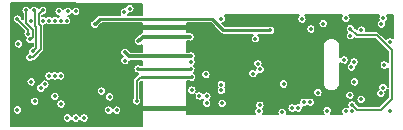
<source format=gbr>
G04 #@! TF.GenerationSoftware,KiCad,Pcbnew,(5.1.12)-1*
G04 #@! TF.CreationDate,2024-10-20T15:32:40+08:00*
G04 #@! TF.ProjectId,Kicad_LFOV_RigidFlex_Assembly_Screwhole2,4b696361-645f-44c4-964f-565f52696769,rev?*
G04 #@! TF.SameCoordinates,Original*
G04 #@! TF.FileFunction,Copper,L2,Inr*
G04 #@! TF.FilePolarity,Positive*
%FSLAX46Y46*%
G04 Gerber Fmt 4.6, Leading zero omitted, Abs format (unit mm)*
G04 Created by KiCad (PCBNEW (5.1.12)-1) date 2024-10-20 15:32:40*
%MOMM*%
%LPD*%
G01*
G04 APERTURE LIST*
G04 #@! TA.AperFunction,ViaPad*
%ADD10C,0.350000*%
G04 #@! TD*
G04 #@! TA.AperFunction,Conductor*
%ADD11C,0.381000*%
G04 #@! TD*
G04 #@! TA.AperFunction,Conductor*
%ADD12C,0.304800*%
G04 #@! TD*
G04 #@! TA.AperFunction,Conductor*
%ADD13C,0.254000*%
G04 #@! TD*
G04 #@! TA.AperFunction,Conductor*
%ADD14C,0.203200*%
G04 #@! TD*
G04 #@! TA.AperFunction,Conductor*
%ADD15C,0.152400*%
G04 #@! TD*
G04 #@! TA.AperFunction,Conductor*
%ADD16C,0.100000*%
G04 #@! TD*
G04 APERTURE END LIST*
D10*
X112138200Y-109604600D03*
X94408200Y-110163400D03*
X93316000Y-111662000D03*
X91868200Y-111611200D03*
X93036600Y-110366600D03*
X116856200Y-115675200D03*
X115941800Y-114735400D03*
X113960600Y-115421200D03*
X119675600Y-108207600D03*
X119650200Y-114100400D03*
X111014200Y-111763600D03*
X109617200Y-111281000D03*
X107940800Y-111027000D03*
X108729000Y-108207600D03*
X107864600Y-114379800D03*
X107864600Y-113389200D03*
X97471400Y-116319600D03*
X92543800Y-107150200D03*
X96049000Y-107150200D03*
X95363200Y-107150200D03*
X90410200Y-113271600D03*
X89597400Y-116497400D03*
X93229600Y-116133800D03*
X94800000Y-113805000D03*
X98142000Y-112294200D03*
X96401810Y-112001600D03*
X97700000Y-108344000D03*
X99099400Y-116522800D03*
X98167388Y-114062788D03*
X98004800Y-110731600D03*
X104511800Y-113313000D03*
X119650200Y-115192600D03*
X96060000Y-116319000D03*
X98243600Y-107318600D03*
X94459000Y-109020400D03*
X119650200Y-112144600D03*
X119701800Y-109680800D03*
X117390400Y-108741000D03*
X106107300Y-108721100D03*
X120793200Y-111225800D03*
X116806200Y-107750400D03*
X107178799Y-112551000D03*
X89278200Y-106734400D03*
X93747800Y-114278200D03*
X104638800Y-115675200D03*
X106984600Y-113422600D03*
X106984600Y-113922600D03*
X106990800Y-107848200D03*
X98117400Y-115599000D03*
X89725000Y-115584000D03*
X113986000Y-114913200D03*
X110176000Y-115700600D03*
X110252200Y-115167200D03*
X105672600Y-112572700D03*
X104486400Y-113897200D03*
X105735400Y-115014800D03*
X120678980Y-113681220D03*
X120687200Y-107805600D03*
X118253200Y-113186000D03*
X115941800Y-115637600D03*
X113808200Y-107877400D03*
X110074400Y-111662000D03*
X120768600Y-111763600D03*
X113478000Y-115413200D03*
X112258800Y-113375200D03*
X118821691Y-114677141D03*
X118227800Y-111509600D03*
X117521000Y-115700600D03*
X105750600Y-114414600D03*
X112131800Y-115776800D03*
X112978000Y-115413200D03*
X93255000Y-107226400D03*
X90892800Y-113195400D03*
X98822000Y-111392000D03*
X97522200Y-114465400D03*
X99235000Y-106988404D03*
X104440040Y-111523400D03*
X109872000Y-109528400D03*
X99955520Y-109751900D03*
X104349720Y-109378520D03*
X92377994Y-112685594D03*
X92035800Y-113398604D03*
X91680200Y-113728798D03*
X93378000Y-112685586D03*
X109668000Y-112500200D03*
X117389600Y-111331800D03*
X115154400Y-114100400D03*
X114570200Y-108715600D03*
X93418400Y-115065600D03*
X104466560Y-112779580D03*
X99807320Y-114803080D03*
X114494000Y-114913200D03*
X92878000Y-112685618D03*
X117999200Y-111941400D03*
X115611600Y-108258400D03*
X110277600Y-112144604D03*
X92885000Y-114430600D03*
X104403060Y-112085416D03*
X99945360Y-112093780D03*
X93878000Y-108015602D03*
X93378000Y-108015606D03*
X92878000Y-108015602D03*
X92378000Y-108015602D03*
X91878000Y-108015586D03*
X90870200Y-108013800D03*
X89725000Y-107884000D03*
X90638800Y-109106000D03*
X90460000Y-107149000D03*
X90793002Y-109600600D03*
X91160000Y-107149000D03*
X91019800Y-110604600D03*
X91860000Y-107149000D03*
X90765800Y-111112600D03*
X95373400Y-116259400D03*
X91172200Y-114846400D03*
X94652000Y-107226400D03*
X93966200Y-107226400D03*
X89800600Y-109969600D03*
X96836400Y-113982800D03*
X93951000Y-116259400D03*
X94662200Y-116259400D03*
X98827800Y-110696800D03*
X98770398Y-107297171D03*
X97431600Y-115599000D03*
X104438680Y-110996500D03*
X120488400Y-114176600D03*
X117873000Y-114328996D03*
X120539200Y-108309200D03*
X117521000Y-107826600D03*
X118835630Y-108817200D03*
X107051800Y-115014800D03*
X105110100Y-114385200D03*
X121250400Y-115675200D03*
X118071000Y-115700600D03*
X121250400Y-109807800D03*
X117905700Y-109284540D03*
X118050800Y-115141800D03*
X117902925Y-108694725D03*
X96263200Y-108334600D03*
X111147600Y-108842600D03*
D11*
X104207480Y-115431340D02*
X99808200Y-115431340D01*
X104339560Y-108586040D02*
X99940280Y-108586040D01*
D12*
X100179020Y-109528400D02*
X99955520Y-109751900D01*
X100328900Y-109378520D02*
X100179020Y-109528400D01*
X104349720Y-109378520D02*
X100328900Y-109378520D01*
D13*
X100148560Y-112779580D02*
X100146020Y-112782120D01*
X104466560Y-112779580D02*
X100148560Y-112779580D01*
D14*
X99807320Y-113120820D02*
X100148560Y-112779580D01*
X99807320Y-114803080D02*
X99807320Y-113120820D01*
D13*
X104394696Y-112093780D02*
X104403060Y-112085416D01*
X99945360Y-112093780D02*
X104394696Y-112093780D01*
D15*
X90638800Y-108797800D02*
X89725000Y-107884000D01*
X90638800Y-109106000D02*
X90638800Y-108797800D01*
X91016999Y-108798399D02*
X91016999Y-109376603D01*
X91016999Y-109376603D02*
X90793002Y-109600600D01*
X90460000Y-108241400D02*
X91016999Y-108798399D01*
X90460000Y-107149000D02*
X90460000Y-108241400D01*
X91223000Y-108471000D02*
X91223000Y-107212000D01*
X91321803Y-108569803D02*
X91223000Y-108471000D01*
X91321803Y-110302597D02*
X91321803Y-108569803D01*
X91019800Y-110604600D02*
X91321803Y-110302597D01*
X91525199Y-107483801D02*
X91860000Y-107149000D01*
X91705600Y-108471000D02*
X91525199Y-108290599D01*
X91525199Y-108290599D02*
X91525199Y-107483801D01*
X91705600Y-110440946D02*
X91705600Y-108471000D01*
X91033946Y-111112600D02*
X91705600Y-110440946D01*
X90765800Y-111112600D02*
X91033946Y-111112600D01*
D12*
X99157721Y-111026721D02*
X98827800Y-110696800D01*
X104393159Y-111026721D02*
X99157721Y-111026721D01*
X104438680Y-110981200D02*
X104393159Y-111026721D01*
D14*
X121403600Y-114633800D02*
X121403600Y-110520738D01*
X118457200Y-109249000D02*
X117902925Y-108694725D01*
X121403600Y-110520738D02*
X120131862Y-109249000D01*
X120131862Y-109249000D02*
X118457200Y-109249000D01*
X120466599Y-115570801D02*
X121403600Y-114633800D01*
X118050800Y-115141800D02*
X118479801Y-115570801D01*
X118479801Y-115570801D02*
X120466599Y-115570801D01*
D13*
X111147600Y-108842600D02*
X107166600Y-108842600D01*
X107166600Y-108842600D02*
X106221700Y-107897700D01*
X96700100Y-107897700D02*
X96263200Y-108334600D01*
X106221700Y-107897700D02*
X96700100Y-107897700D01*
D15*
X100229840Y-106584534D02*
X100229840Y-107542100D01*
X99092148Y-107542100D01*
X99128064Y-107488347D01*
X99158488Y-107414897D01*
X99164267Y-107385841D01*
X99195249Y-107392004D01*
X99274751Y-107392004D01*
X99352726Y-107376494D01*
X99426176Y-107346070D01*
X99492280Y-107301901D01*
X99548497Y-107245684D01*
X99592666Y-107179580D01*
X99623090Y-107106130D01*
X99638600Y-107028155D01*
X99638600Y-106948653D01*
X99623090Y-106870678D01*
X99592666Y-106797228D01*
X99548497Y-106731124D01*
X99492280Y-106674907D01*
X99426176Y-106630738D01*
X99352726Y-106600314D01*
X99274751Y-106584804D01*
X99195249Y-106584804D01*
X99117274Y-106600314D01*
X99043824Y-106630738D01*
X98977720Y-106674907D01*
X98921503Y-106731124D01*
X98877334Y-106797228D01*
X98846910Y-106870678D01*
X98841131Y-106899734D01*
X98810149Y-106893571D01*
X98730647Y-106893571D01*
X98652672Y-106909081D01*
X98579222Y-106939505D01*
X98513118Y-106983674D01*
X98456901Y-107039891D01*
X98412732Y-107105995D01*
X98382308Y-107179445D01*
X98366798Y-107257420D01*
X98366798Y-107336922D01*
X98382308Y-107414897D01*
X98412732Y-107488347D01*
X98448648Y-107542100D01*
X96717555Y-107542100D01*
X96700100Y-107540381D01*
X96682644Y-107542100D01*
X96682637Y-107542100D01*
X96636666Y-107546628D01*
X96630389Y-107547246D01*
X96612740Y-107552600D01*
X96563360Y-107567579D01*
X96501584Y-107600599D01*
X96447437Y-107645037D01*
X96436306Y-107658601D01*
X96149122Y-107945784D01*
X96145474Y-107946510D01*
X96072024Y-107976934D01*
X96005920Y-108021103D01*
X95949703Y-108077320D01*
X95905534Y-108143424D01*
X95875110Y-108216874D01*
X95859600Y-108294849D01*
X95859600Y-108374351D01*
X95875110Y-108452326D01*
X95905534Y-108525776D01*
X95949703Y-108591880D01*
X96005920Y-108648097D01*
X96072024Y-108692266D01*
X96145474Y-108722690D01*
X96223449Y-108738200D01*
X96302951Y-108738200D01*
X96380926Y-108722690D01*
X96454376Y-108692266D01*
X96520480Y-108648097D01*
X96576697Y-108591880D01*
X96620866Y-108525776D01*
X96651290Y-108452326D01*
X96652016Y-108448678D01*
X96847394Y-108253300D01*
X100229840Y-108253300D01*
X100229840Y-109010426D01*
X100182392Y-109024819D01*
X100116204Y-109060198D01*
X100058189Y-109107809D01*
X100046254Y-109122352D01*
X99781463Y-109387143D01*
X99764344Y-109394234D01*
X99698240Y-109438403D01*
X99642023Y-109494620D01*
X99597854Y-109560724D01*
X99567430Y-109634174D01*
X99551920Y-109712149D01*
X99551920Y-109791651D01*
X99567430Y-109869626D01*
X99597854Y-109943076D01*
X99642023Y-110009180D01*
X99698240Y-110065397D01*
X99764344Y-110109566D01*
X99837794Y-110139990D01*
X99915769Y-110155500D01*
X99995271Y-110155500D01*
X100073246Y-110139990D01*
X100146696Y-110109566D01*
X100212800Y-110065397D01*
X100229840Y-110048357D01*
X100229840Y-110645721D01*
X99315536Y-110645721D01*
X99192557Y-110522742D01*
X99185466Y-110505624D01*
X99141297Y-110439520D01*
X99085080Y-110383303D01*
X99018976Y-110339134D01*
X98945526Y-110308710D01*
X98867551Y-110293200D01*
X98788049Y-110293200D01*
X98710074Y-110308710D01*
X98636624Y-110339134D01*
X98570520Y-110383303D01*
X98514303Y-110439520D01*
X98470134Y-110505624D01*
X98439710Y-110579074D01*
X98424200Y-110657049D01*
X98424200Y-110736551D01*
X98439710Y-110814526D01*
X98470134Y-110887976D01*
X98514303Y-110954080D01*
X98570520Y-111010297D01*
X98618659Y-111042462D01*
X98564720Y-111078503D01*
X98508503Y-111134720D01*
X98464334Y-111200824D01*
X98433910Y-111274274D01*
X98418400Y-111352249D01*
X98418400Y-111431751D01*
X98433910Y-111509726D01*
X98464334Y-111583176D01*
X98508503Y-111649280D01*
X98564720Y-111705497D01*
X98630824Y-111749666D01*
X98704274Y-111780090D01*
X98782249Y-111795600D01*
X98861751Y-111795600D01*
X98939726Y-111780090D01*
X99013176Y-111749666D01*
X99079280Y-111705497D01*
X99135497Y-111649280D01*
X99179666Y-111583176D01*
X99210090Y-111509726D01*
X99225600Y-111431751D01*
X99225600Y-111407721D01*
X100229840Y-111407721D01*
X100229840Y-111738180D01*
X100139628Y-111738180D01*
X100136536Y-111736114D01*
X100063086Y-111705690D01*
X99985111Y-111690180D01*
X99905609Y-111690180D01*
X99827634Y-111705690D01*
X99754184Y-111736114D01*
X99688080Y-111780283D01*
X99631863Y-111836500D01*
X99587694Y-111902604D01*
X99557270Y-111976054D01*
X99541760Y-112054029D01*
X99541760Y-112133531D01*
X99557270Y-112211506D01*
X99587694Y-112284956D01*
X99631863Y-112351060D01*
X99688080Y-112407277D01*
X99754184Y-112451446D01*
X99827634Y-112481870D01*
X99905609Y-112497380D01*
X99931887Y-112497380D01*
X99895897Y-112526917D01*
X99884762Y-112540485D01*
X99882225Y-112543022D01*
X99848920Y-112583605D01*
X99816029Y-112645138D01*
X99585302Y-112875866D01*
X99572705Y-112886204D01*
X99562368Y-112898800D01*
X99531441Y-112936483D01*
X99500781Y-112993847D01*
X99481899Y-113056091D01*
X99475523Y-113120820D01*
X99477121Y-113137043D01*
X99477120Y-114570798D01*
X99449654Y-114611904D01*
X99419230Y-114685354D01*
X99403720Y-114763329D01*
X99403720Y-114842831D01*
X99419230Y-114920806D01*
X99449654Y-114994256D01*
X99493823Y-115060360D01*
X99550040Y-115116577D01*
X99616144Y-115160746D01*
X99689594Y-115191170D01*
X99767569Y-115206680D01*
X99847071Y-115206680D01*
X99925046Y-115191170D01*
X99998496Y-115160746D01*
X100064600Y-115116577D01*
X100120817Y-115060360D01*
X100164986Y-114994256D01*
X100195410Y-114920806D01*
X100210920Y-114842831D01*
X100210920Y-114763329D01*
X100195410Y-114685354D01*
X100164986Y-114611904D01*
X100137520Y-114570798D01*
X100137520Y-113257593D01*
X100229840Y-113165273D01*
X100229840Y-116932134D01*
X89136200Y-116907966D01*
X89136200Y-116219649D01*
X93547400Y-116219649D01*
X93547400Y-116299151D01*
X93562910Y-116377126D01*
X93593334Y-116450576D01*
X93637503Y-116516680D01*
X93693720Y-116572897D01*
X93759824Y-116617066D01*
X93833274Y-116647490D01*
X93911249Y-116663000D01*
X93990751Y-116663000D01*
X94068726Y-116647490D01*
X94142176Y-116617066D01*
X94208280Y-116572897D01*
X94264497Y-116516680D01*
X94306600Y-116453668D01*
X94348703Y-116516680D01*
X94404920Y-116572897D01*
X94471024Y-116617066D01*
X94544474Y-116647490D01*
X94622449Y-116663000D01*
X94701951Y-116663000D01*
X94779926Y-116647490D01*
X94853376Y-116617066D01*
X94919480Y-116572897D01*
X94975697Y-116516680D01*
X95017800Y-116453668D01*
X95059903Y-116516680D01*
X95116120Y-116572897D01*
X95182224Y-116617066D01*
X95255674Y-116647490D01*
X95333649Y-116663000D01*
X95413151Y-116663000D01*
X95491126Y-116647490D01*
X95564576Y-116617066D01*
X95630680Y-116572897D01*
X95686897Y-116516680D01*
X95731066Y-116450576D01*
X95761490Y-116377126D01*
X95777000Y-116299151D01*
X95777000Y-116219649D01*
X95761490Y-116141674D01*
X95731066Y-116068224D01*
X95686897Y-116002120D01*
X95630680Y-115945903D01*
X95564576Y-115901734D01*
X95491126Y-115871310D01*
X95413151Y-115855800D01*
X95333649Y-115855800D01*
X95255674Y-115871310D01*
X95182224Y-115901734D01*
X95116120Y-115945903D01*
X95059903Y-116002120D01*
X95017800Y-116065132D01*
X94975697Y-116002120D01*
X94919480Y-115945903D01*
X94853376Y-115901734D01*
X94779926Y-115871310D01*
X94701951Y-115855800D01*
X94622449Y-115855800D01*
X94544474Y-115871310D01*
X94471024Y-115901734D01*
X94404920Y-115945903D01*
X94348703Y-116002120D01*
X94306600Y-116065132D01*
X94264497Y-116002120D01*
X94208280Y-115945903D01*
X94142176Y-115901734D01*
X94068726Y-115871310D01*
X93990751Y-115855800D01*
X93911249Y-115855800D01*
X93833274Y-115871310D01*
X93759824Y-115901734D01*
X93693720Y-115945903D01*
X93637503Y-116002120D01*
X93593334Y-116068224D01*
X93562910Y-116141674D01*
X93547400Y-116219649D01*
X89136200Y-116219649D01*
X89136200Y-115544249D01*
X89321400Y-115544249D01*
X89321400Y-115623751D01*
X89336910Y-115701726D01*
X89367334Y-115775176D01*
X89411503Y-115841280D01*
X89467720Y-115897497D01*
X89533824Y-115941666D01*
X89607274Y-115972090D01*
X89685249Y-115987600D01*
X89764751Y-115987600D01*
X89842726Y-115972090D01*
X89916176Y-115941666D01*
X89982280Y-115897497D01*
X90038497Y-115841280D01*
X90082666Y-115775176D01*
X90113090Y-115701726D01*
X90128600Y-115623751D01*
X90128600Y-115559249D01*
X97028000Y-115559249D01*
X97028000Y-115638751D01*
X97043510Y-115716726D01*
X97073934Y-115790176D01*
X97118103Y-115856280D01*
X97174320Y-115912497D01*
X97240424Y-115956666D01*
X97313874Y-115987090D01*
X97391849Y-116002600D01*
X97471351Y-116002600D01*
X97549326Y-115987090D01*
X97622776Y-115956666D01*
X97688880Y-115912497D01*
X97745097Y-115856280D01*
X97774500Y-115812275D01*
X97803903Y-115856280D01*
X97860120Y-115912497D01*
X97926224Y-115956666D01*
X97999674Y-115987090D01*
X98077649Y-116002600D01*
X98157151Y-116002600D01*
X98235126Y-115987090D01*
X98308576Y-115956666D01*
X98374680Y-115912497D01*
X98430897Y-115856280D01*
X98475066Y-115790176D01*
X98505490Y-115716726D01*
X98521000Y-115638751D01*
X98521000Y-115559249D01*
X98505490Y-115481274D01*
X98475066Y-115407824D01*
X98430897Y-115341720D01*
X98374680Y-115285503D01*
X98308576Y-115241334D01*
X98235126Y-115210910D01*
X98157151Y-115195400D01*
X98077649Y-115195400D01*
X97999674Y-115210910D01*
X97926224Y-115241334D01*
X97860120Y-115285503D01*
X97803903Y-115341720D01*
X97774500Y-115385725D01*
X97745097Y-115341720D01*
X97688880Y-115285503D01*
X97622776Y-115241334D01*
X97549326Y-115210910D01*
X97471351Y-115195400D01*
X97391849Y-115195400D01*
X97313874Y-115210910D01*
X97240424Y-115241334D01*
X97174320Y-115285503D01*
X97118103Y-115341720D01*
X97073934Y-115407824D01*
X97043510Y-115481274D01*
X97028000Y-115559249D01*
X90128600Y-115559249D01*
X90128600Y-115544249D01*
X90113090Y-115466274D01*
X90082666Y-115392824D01*
X90038497Y-115326720D01*
X89982280Y-115270503D01*
X89916176Y-115226334D01*
X89842726Y-115195910D01*
X89764751Y-115180400D01*
X89685249Y-115180400D01*
X89607274Y-115195910D01*
X89533824Y-115226334D01*
X89467720Y-115270503D01*
X89411503Y-115326720D01*
X89367334Y-115392824D01*
X89336910Y-115466274D01*
X89321400Y-115544249D01*
X89136200Y-115544249D01*
X89136200Y-114806649D01*
X90768600Y-114806649D01*
X90768600Y-114886151D01*
X90784110Y-114964126D01*
X90814534Y-115037576D01*
X90858703Y-115103680D01*
X90914920Y-115159897D01*
X90981024Y-115204066D01*
X91054474Y-115234490D01*
X91132449Y-115250000D01*
X91211951Y-115250000D01*
X91289926Y-115234490D01*
X91363376Y-115204066D01*
X91429480Y-115159897D01*
X91485697Y-115103680D01*
X91529866Y-115037576D01*
X91534723Y-115025849D01*
X93014800Y-115025849D01*
X93014800Y-115105351D01*
X93030310Y-115183326D01*
X93060734Y-115256776D01*
X93104903Y-115322880D01*
X93161120Y-115379097D01*
X93227224Y-115423266D01*
X93300674Y-115453690D01*
X93378649Y-115469200D01*
X93458151Y-115469200D01*
X93536126Y-115453690D01*
X93609576Y-115423266D01*
X93675680Y-115379097D01*
X93731897Y-115322880D01*
X93776066Y-115256776D01*
X93806490Y-115183326D01*
X93822000Y-115105351D01*
X93822000Y-115025849D01*
X93806490Y-114947874D01*
X93776066Y-114874424D01*
X93731897Y-114808320D01*
X93675680Y-114752103D01*
X93609576Y-114707934D01*
X93536126Y-114677510D01*
X93458151Y-114662000D01*
X93378649Y-114662000D01*
X93300674Y-114677510D01*
X93227224Y-114707934D01*
X93161120Y-114752103D01*
X93104903Y-114808320D01*
X93060734Y-114874424D01*
X93030310Y-114947874D01*
X93014800Y-115025849D01*
X91534723Y-115025849D01*
X91560290Y-114964126D01*
X91575800Y-114886151D01*
X91575800Y-114806649D01*
X91560290Y-114728674D01*
X91529866Y-114655224D01*
X91485697Y-114589120D01*
X91429480Y-114532903D01*
X91363376Y-114488734D01*
X91289926Y-114458310D01*
X91211951Y-114442800D01*
X91132449Y-114442800D01*
X91054474Y-114458310D01*
X90981024Y-114488734D01*
X90914920Y-114532903D01*
X90858703Y-114589120D01*
X90814534Y-114655224D01*
X90784110Y-114728674D01*
X90768600Y-114806649D01*
X89136200Y-114806649D01*
X89136200Y-114390849D01*
X92481400Y-114390849D01*
X92481400Y-114470351D01*
X92496910Y-114548326D01*
X92527334Y-114621776D01*
X92571503Y-114687880D01*
X92627720Y-114744097D01*
X92693824Y-114788266D01*
X92767274Y-114818690D01*
X92845249Y-114834200D01*
X92924751Y-114834200D01*
X93002726Y-114818690D01*
X93076176Y-114788266D01*
X93142280Y-114744097D01*
X93198497Y-114687880D01*
X93242666Y-114621776D01*
X93273090Y-114548326D01*
X93288600Y-114470351D01*
X93288600Y-114425649D01*
X97118600Y-114425649D01*
X97118600Y-114505151D01*
X97134110Y-114583126D01*
X97164534Y-114656576D01*
X97208703Y-114722680D01*
X97264920Y-114778897D01*
X97331024Y-114823066D01*
X97404474Y-114853490D01*
X97482449Y-114869000D01*
X97561951Y-114869000D01*
X97639926Y-114853490D01*
X97713376Y-114823066D01*
X97779480Y-114778897D01*
X97835697Y-114722680D01*
X97879866Y-114656576D01*
X97910290Y-114583126D01*
X97925800Y-114505151D01*
X97925800Y-114425649D01*
X97910290Y-114347674D01*
X97879866Y-114274224D01*
X97835697Y-114208120D01*
X97779480Y-114151903D01*
X97713376Y-114107734D01*
X97639926Y-114077310D01*
X97561951Y-114061800D01*
X97482449Y-114061800D01*
X97404474Y-114077310D01*
X97331024Y-114107734D01*
X97264920Y-114151903D01*
X97208703Y-114208120D01*
X97164534Y-114274224D01*
X97134110Y-114347674D01*
X97118600Y-114425649D01*
X93288600Y-114425649D01*
X93288600Y-114390849D01*
X93273090Y-114312874D01*
X93242666Y-114239424D01*
X93198497Y-114173320D01*
X93142280Y-114117103D01*
X93076176Y-114072934D01*
X93002726Y-114042510D01*
X92924751Y-114027000D01*
X92845249Y-114027000D01*
X92767274Y-114042510D01*
X92693824Y-114072934D01*
X92627720Y-114117103D01*
X92571503Y-114173320D01*
X92527334Y-114239424D01*
X92496910Y-114312874D01*
X92481400Y-114390849D01*
X89136200Y-114390849D01*
X89136200Y-113689047D01*
X91276600Y-113689047D01*
X91276600Y-113768549D01*
X91292110Y-113846524D01*
X91322534Y-113919974D01*
X91366703Y-113986078D01*
X91422920Y-114042295D01*
X91489024Y-114086464D01*
X91562474Y-114116888D01*
X91640449Y-114132398D01*
X91719951Y-114132398D01*
X91797926Y-114116888D01*
X91871376Y-114086464D01*
X91937480Y-114042295D01*
X91993697Y-113986078D01*
X92022447Y-113943049D01*
X96432800Y-113943049D01*
X96432800Y-114022551D01*
X96448310Y-114100526D01*
X96478734Y-114173976D01*
X96522903Y-114240080D01*
X96579120Y-114296297D01*
X96645224Y-114340466D01*
X96718674Y-114370890D01*
X96796649Y-114386400D01*
X96876151Y-114386400D01*
X96954126Y-114370890D01*
X97027576Y-114340466D01*
X97093680Y-114296297D01*
X97149897Y-114240080D01*
X97194066Y-114173976D01*
X97224490Y-114100526D01*
X97240000Y-114022551D01*
X97240000Y-113943049D01*
X97224490Y-113865074D01*
X97194066Y-113791624D01*
X97149897Y-113725520D01*
X97093680Y-113669303D01*
X97027576Y-113625134D01*
X96954126Y-113594710D01*
X96876151Y-113579200D01*
X96796649Y-113579200D01*
X96718674Y-113594710D01*
X96645224Y-113625134D01*
X96579120Y-113669303D01*
X96522903Y-113725520D01*
X96478734Y-113791624D01*
X96448310Y-113865074D01*
X96432800Y-113943049D01*
X92022447Y-113943049D01*
X92037866Y-113919974D01*
X92068290Y-113846524D01*
X92077170Y-113801882D01*
X92153526Y-113786694D01*
X92226976Y-113756270D01*
X92293080Y-113712101D01*
X92349297Y-113655884D01*
X92393466Y-113589780D01*
X92423890Y-113516330D01*
X92439400Y-113438355D01*
X92439400Y-113358853D01*
X92423890Y-113280878D01*
X92393466Y-113207428D01*
X92349297Y-113141324D01*
X92293080Y-113085107D01*
X92282646Y-113078135D01*
X92338243Y-113089194D01*
X92417745Y-113089194D01*
X92495720Y-113073684D01*
X92569170Y-113043260D01*
X92627979Y-113003965D01*
X92686824Y-113043284D01*
X92760274Y-113073708D01*
X92838249Y-113089218D01*
X92917751Y-113089218D01*
X92995726Y-113073708D01*
X93069176Y-113043284D01*
X93128024Y-113003963D01*
X93186824Y-113043252D01*
X93260274Y-113073676D01*
X93338249Y-113089186D01*
X93417751Y-113089186D01*
X93495726Y-113073676D01*
X93569176Y-113043252D01*
X93635280Y-112999083D01*
X93691497Y-112942866D01*
X93735666Y-112876762D01*
X93766090Y-112803312D01*
X93781600Y-112725337D01*
X93781600Y-112645835D01*
X93766090Y-112567860D01*
X93735666Y-112494410D01*
X93691497Y-112428306D01*
X93635280Y-112372089D01*
X93569176Y-112327920D01*
X93495726Y-112297496D01*
X93417751Y-112281986D01*
X93338249Y-112281986D01*
X93260274Y-112297496D01*
X93186824Y-112327920D01*
X93127976Y-112367241D01*
X93069176Y-112327952D01*
X92995726Y-112297528D01*
X92917751Y-112282018D01*
X92838249Y-112282018D01*
X92760274Y-112297528D01*
X92686824Y-112327952D01*
X92628015Y-112367247D01*
X92569170Y-112327928D01*
X92495720Y-112297504D01*
X92417745Y-112281994D01*
X92338243Y-112281994D01*
X92260268Y-112297504D01*
X92186818Y-112327928D01*
X92120714Y-112372097D01*
X92064497Y-112428314D01*
X92020328Y-112494418D01*
X91989904Y-112567868D01*
X91974394Y-112645843D01*
X91974394Y-112725345D01*
X91989904Y-112803320D01*
X92020328Y-112876770D01*
X92064497Y-112942874D01*
X92120714Y-112999091D01*
X92131148Y-113006063D01*
X92075551Y-112995004D01*
X91996049Y-112995004D01*
X91918074Y-113010514D01*
X91844624Y-113040938D01*
X91778520Y-113085107D01*
X91722303Y-113141324D01*
X91678134Y-113207428D01*
X91647710Y-113280878D01*
X91638830Y-113325520D01*
X91562474Y-113340708D01*
X91489024Y-113371132D01*
X91422920Y-113415301D01*
X91366703Y-113471518D01*
X91322534Y-113537622D01*
X91292110Y-113611072D01*
X91276600Y-113689047D01*
X89136200Y-113689047D01*
X89136200Y-113155649D01*
X90489200Y-113155649D01*
X90489200Y-113235151D01*
X90504710Y-113313126D01*
X90535134Y-113386576D01*
X90579303Y-113452680D01*
X90635520Y-113508897D01*
X90701624Y-113553066D01*
X90775074Y-113583490D01*
X90853049Y-113599000D01*
X90932551Y-113599000D01*
X91010526Y-113583490D01*
X91083976Y-113553066D01*
X91150080Y-113508897D01*
X91206297Y-113452680D01*
X91250466Y-113386576D01*
X91280890Y-113313126D01*
X91296400Y-113235151D01*
X91296400Y-113155649D01*
X91280890Y-113077674D01*
X91250466Y-113004224D01*
X91206297Y-112938120D01*
X91150080Y-112881903D01*
X91083976Y-112837734D01*
X91010526Y-112807310D01*
X90932551Y-112791800D01*
X90853049Y-112791800D01*
X90775074Y-112807310D01*
X90701624Y-112837734D01*
X90635520Y-112881903D01*
X90579303Y-112938120D01*
X90535134Y-113004224D01*
X90504710Y-113077674D01*
X90489200Y-113155649D01*
X89136200Y-113155649D01*
X89136200Y-109929849D01*
X89397000Y-109929849D01*
X89397000Y-110009351D01*
X89412510Y-110087326D01*
X89442934Y-110160776D01*
X89487103Y-110226880D01*
X89543320Y-110283097D01*
X89609424Y-110327266D01*
X89682874Y-110357690D01*
X89760849Y-110373200D01*
X89840351Y-110373200D01*
X89918326Y-110357690D01*
X89991776Y-110327266D01*
X90057880Y-110283097D01*
X90114097Y-110226880D01*
X90158266Y-110160776D01*
X90188690Y-110087326D01*
X90204200Y-110009351D01*
X90204200Y-109929849D01*
X90188690Y-109851874D01*
X90158266Y-109778424D01*
X90114097Y-109712320D01*
X90057880Y-109656103D01*
X89991776Y-109611934D01*
X89918326Y-109581510D01*
X89840351Y-109566000D01*
X89760849Y-109566000D01*
X89682874Y-109581510D01*
X89609424Y-109611934D01*
X89543320Y-109656103D01*
X89487103Y-109712320D01*
X89442934Y-109778424D01*
X89412510Y-109851874D01*
X89397000Y-109929849D01*
X89136200Y-109929849D01*
X89136200Y-107844249D01*
X89321400Y-107844249D01*
X89321400Y-107923751D01*
X89336910Y-108001726D01*
X89367334Y-108075176D01*
X89411503Y-108141280D01*
X89467720Y-108197497D01*
X89533824Y-108241666D01*
X89607274Y-108272090D01*
X89685249Y-108287600D01*
X89697549Y-108287600D01*
X90298613Y-108888665D01*
X90281134Y-108914824D01*
X90250710Y-108988274D01*
X90235200Y-109066249D01*
X90235200Y-109145751D01*
X90250710Y-109223726D01*
X90281134Y-109297176D01*
X90325303Y-109363280D01*
X90381520Y-109419497D01*
X90420402Y-109445477D01*
X90404912Y-109482874D01*
X90389402Y-109560849D01*
X90389402Y-109640351D01*
X90404912Y-109718326D01*
X90435336Y-109791776D01*
X90479505Y-109857880D01*
X90535722Y-109914097D01*
X90601826Y-109958266D01*
X90675276Y-109988690D01*
X90753251Y-110004200D01*
X90832753Y-110004200D01*
X90910728Y-109988690D01*
X90984178Y-109958266D01*
X91017003Y-109936333D01*
X91017003Y-110176345D01*
X90992348Y-110201000D01*
X90980049Y-110201000D01*
X90902074Y-110216510D01*
X90828624Y-110246934D01*
X90762520Y-110291103D01*
X90706303Y-110347320D01*
X90662134Y-110413424D01*
X90631710Y-110486874D01*
X90616200Y-110564849D01*
X90616200Y-110644351D01*
X90631710Y-110722326D01*
X90634879Y-110729976D01*
X90574624Y-110754934D01*
X90508520Y-110799103D01*
X90452303Y-110855320D01*
X90408134Y-110921424D01*
X90377710Y-110994874D01*
X90362200Y-111072849D01*
X90362200Y-111152351D01*
X90377710Y-111230326D01*
X90408134Y-111303776D01*
X90452303Y-111369880D01*
X90508520Y-111426097D01*
X90574624Y-111470266D01*
X90648074Y-111500690D01*
X90726049Y-111516200D01*
X90805551Y-111516200D01*
X90883526Y-111500690D01*
X90956976Y-111470266D01*
X91023080Y-111426097D01*
X91030630Y-111418547D01*
X91033946Y-111418873D01*
X91048904Y-111417400D01*
X91048912Y-111417400D01*
X91093697Y-111412989D01*
X91151152Y-111395560D01*
X91204103Y-111367258D01*
X91250514Y-111329168D01*
X91260058Y-111317539D01*
X91910545Y-110667053D01*
X91922168Y-110657514D01*
X91960258Y-110611103D01*
X91988560Y-110558152D01*
X92003913Y-110507541D01*
X92005989Y-110500698D01*
X92008741Y-110472753D01*
X92010400Y-110455912D01*
X92010400Y-110455905D01*
X92011873Y-110440947D01*
X92010400Y-110425989D01*
X92010400Y-108485958D01*
X92011873Y-108471000D01*
X92010400Y-108456042D01*
X92010400Y-108456034D01*
X92005989Y-108411249D01*
X92002803Y-108400745D01*
X92069176Y-108373252D01*
X92127988Y-108333955D01*
X92186824Y-108373268D01*
X92260274Y-108403692D01*
X92338249Y-108419202D01*
X92417751Y-108419202D01*
X92495726Y-108403692D01*
X92569176Y-108373268D01*
X92628000Y-108333963D01*
X92686824Y-108373268D01*
X92760274Y-108403692D01*
X92838249Y-108419202D01*
X92917751Y-108419202D01*
X92995726Y-108403692D01*
X93069176Y-108373268D01*
X93127997Y-108333965D01*
X93186824Y-108373272D01*
X93260274Y-108403696D01*
X93338249Y-108419206D01*
X93417751Y-108419206D01*
X93495726Y-108403696D01*
X93569176Y-108373272D01*
X93628003Y-108333965D01*
X93686824Y-108373268D01*
X93760274Y-108403692D01*
X93838249Y-108419202D01*
X93917751Y-108419202D01*
X93995726Y-108403692D01*
X94069176Y-108373268D01*
X94135280Y-108329099D01*
X94191497Y-108272882D01*
X94235666Y-108206778D01*
X94266090Y-108133328D01*
X94281600Y-108055353D01*
X94281600Y-107975851D01*
X94266090Y-107897876D01*
X94235666Y-107824426D01*
X94191497Y-107758322D01*
X94135280Y-107702105D01*
X94069176Y-107657936D01*
X94001733Y-107630000D01*
X94005951Y-107630000D01*
X94083926Y-107614490D01*
X94157376Y-107584066D01*
X94223480Y-107539897D01*
X94279697Y-107483680D01*
X94309100Y-107439675D01*
X94338503Y-107483680D01*
X94394720Y-107539897D01*
X94460824Y-107584066D01*
X94534274Y-107614490D01*
X94612249Y-107630000D01*
X94691751Y-107630000D01*
X94769726Y-107614490D01*
X94843176Y-107584066D01*
X94909280Y-107539897D01*
X94965497Y-107483680D01*
X95009666Y-107417576D01*
X95040090Y-107344126D01*
X95055600Y-107266151D01*
X95055600Y-107186649D01*
X95040090Y-107108674D01*
X95009666Y-107035224D01*
X94965497Y-106969120D01*
X94909280Y-106912903D01*
X94843176Y-106868734D01*
X94769726Y-106838310D01*
X94691751Y-106822800D01*
X94612249Y-106822800D01*
X94534274Y-106838310D01*
X94460824Y-106868734D01*
X94394720Y-106912903D01*
X94338503Y-106969120D01*
X94309100Y-107013125D01*
X94279697Y-106969120D01*
X94223480Y-106912903D01*
X94157376Y-106868734D01*
X94083926Y-106838310D01*
X94005951Y-106822800D01*
X93926449Y-106822800D01*
X93848474Y-106838310D01*
X93775024Y-106868734D01*
X93708920Y-106912903D01*
X93652703Y-106969120D01*
X93610600Y-107032132D01*
X93568497Y-106969120D01*
X93512280Y-106912903D01*
X93446176Y-106868734D01*
X93372726Y-106838310D01*
X93294751Y-106822800D01*
X93215249Y-106822800D01*
X93137274Y-106838310D01*
X93063824Y-106868734D01*
X92997720Y-106912903D01*
X92941503Y-106969120D01*
X92897334Y-107035224D01*
X92866910Y-107108674D01*
X92851400Y-107186649D01*
X92851400Y-107266151D01*
X92866910Y-107344126D01*
X92897334Y-107417576D01*
X92941503Y-107483680D01*
X92997720Y-107539897D01*
X93063824Y-107584066D01*
X93137274Y-107614490D01*
X93215249Y-107630000D01*
X93254277Y-107630000D01*
X93186824Y-107657940D01*
X93128003Y-107697243D01*
X93069176Y-107657936D01*
X92995726Y-107627512D01*
X92917751Y-107612002D01*
X92838249Y-107612002D01*
X92760274Y-107627512D01*
X92686824Y-107657936D01*
X92628000Y-107697241D01*
X92569176Y-107657936D01*
X92495726Y-107627512D01*
X92417751Y-107612002D01*
X92338249Y-107612002D01*
X92260274Y-107627512D01*
X92186824Y-107657936D01*
X92128012Y-107697233D01*
X92069176Y-107657920D01*
X91995726Y-107627496D01*
X91917751Y-107611986D01*
X91838249Y-107611986D01*
X91829999Y-107613627D01*
X91829999Y-107610052D01*
X91887451Y-107552600D01*
X91899751Y-107552600D01*
X91977726Y-107537090D01*
X92051176Y-107506666D01*
X92117280Y-107462497D01*
X92173497Y-107406280D01*
X92217666Y-107340176D01*
X92248090Y-107266726D01*
X92263600Y-107188751D01*
X92263600Y-107109249D01*
X92248090Y-107031274D01*
X92217666Y-106957824D01*
X92173497Y-106891720D01*
X92117280Y-106835503D01*
X92051176Y-106791334D01*
X91977726Y-106760910D01*
X91899751Y-106745400D01*
X91820249Y-106745400D01*
X91742274Y-106760910D01*
X91668824Y-106791334D01*
X91602720Y-106835503D01*
X91546503Y-106891720D01*
X91510000Y-106946351D01*
X91473497Y-106891720D01*
X91417280Y-106835503D01*
X91351176Y-106791334D01*
X91277726Y-106760910D01*
X91199751Y-106745400D01*
X91120249Y-106745400D01*
X91042274Y-106760910D01*
X90968824Y-106791334D01*
X90902720Y-106835503D01*
X90846503Y-106891720D01*
X90810000Y-106946351D01*
X90773497Y-106891720D01*
X90717280Y-106835503D01*
X90651176Y-106791334D01*
X90577726Y-106760910D01*
X90499751Y-106745400D01*
X90420249Y-106745400D01*
X90342274Y-106760910D01*
X90268824Y-106791334D01*
X90202720Y-106835503D01*
X90146503Y-106891720D01*
X90102334Y-106957824D01*
X90071910Y-107031274D01*
X90056400Y-107109249D01*
X90056400Y-107188751D01*
X90071910Y-107266726D01*
X90102334Y-107340176D01*
X90146503Y-107406280D01*
X90155200Y-107414977D01*
X90155201Y-107883149D01*
X90128600Y-107856549D01*
X90128600Y-107844249D01*
X90113090Y-107766274D01*
X90082666Y-107692824D01*
X90038497Y-107626720D01*
X89982280Y-107570503D01*
X89916176Y-107526334D01*
X89842726Y-107495910D01*
X89764751Y-107480400D01*
X89685249Y-107480400D01*
X89607274Y-107495910D01*
X89533824Y-107526334D01*
X89467720Y-107570503D01*
X89411503Y-107626720D01*
X89367334Y-107692824D01*
X89336910Y-107766274D01*
X89321400Y-107844249D01*
X89136200Y-107844249D01*
X89136200Y-106560366D01*
X100229840Y-106584534D01*
G04 #@! TA.AperFunction,Conductor*
D16*
G36*
X100229840Y-106584534D02*
G01*
X100229840Y-107542100D01*
X99092148Y-107542100D01*
X99128064Y-107488347D01*
X99158488Y-107414897D01*
X99164267Y-107385841D01*
X99195249Y-107392004D01*
X99274751Y-107392004D01*
X99352726Y-107376494D01*
X99426176Y-107346070D01*
X99492280Y-107301901D01*
X99548497Y-107245684D01*
X99592666Y-107179580D01*
X99623090Y-107106130D01*
X99638600Y-107028155D01*
X99638600Y-106948653D01*
X99623090Y-106870678D01*
X99592666Y-106797228D01*
X99548497Y-106731124D01*
X99492280Y-106674907D01*
X99426176Y-106630738D01*
X99352726Y-106600314D01*
X99274751Y-106584804D01*
X99195249Y-106584804D01*
X99117274Y-106600314D01*
X99043824Y-106630738D01*
X98977720Y-106674907D01*
X98921503Y-106731124D01*
X98877334Y-106797228D01*
X98846910Y-106870678D01*
X98841131Y-106899734D01*
X98810149Y-106893571D01*
X98730647Y-106893571D01*
X98652672Y-106909081D01*
X98579222Y-106939505D01*
X98513118Y-106983674D01*
X98456901Y-107039891D01*
X98412732Y-107105995D01*
X98382308Y-107179445D01*
X98366798Y-107257420D01*
X98366798Y-107336922D01*
X98382308Y-107414897D01*
X98412732Y-107488347D01*
X98448648Y-107542100D01*
X96717555Y-107542100D01*
X96700100Y-107540381D01*
X96682644Y-107542100D01*
X96682637Y-107542100D01*
X96636666Y-107546628D01*
X96630389Y-107547246D01*
X96612740Y-107552600D01*
X96563360Y-107567579D01*
X96501584Y-107600599D01*
X96447437Y-107645037D01*
X96436306Y-107658601D01*
X96149122Y-107945784D01*
X96145474Y-107946510D01*
X96072024Y-107976934D01*
X96005920Y-108021103D01*
X95949703Y-108077320D01*
X95905534Y-108143424D01*
X95875110Y-108216874D01*
X95859600Y-108294849D01*
X95859600Y-108374351D01*
X95875110Y-108452326D01*
X95905534Y-108525776D01*
X95949703Y-108591880D01*
X96005920Y-108648097D01*
X96072024Y-108692266D01*
X96145474Y-108722690D01*
X96223449Y-108738200D01*
X96302951Y-108738200D01*
X96380926Y-108722690D01*
X96454376Y-108692266D01*
X96520480Y-108648097D01*
X96576697Y-108591880D01*
X96620866Y-108525776D01*
X96651290Y-108452326D01*
X96652016Y-108448678D01*
X96847394Y-108253300D01*
X100229840Y-108253300D01*
X100229840Y-109010426D01*
X100182392Y-109024819D01*
X100116204Y-109060198D01*
X100058189Y-109107809D01*
X100046254Y-109122352D01*
X99781463Y-109387143D01*
X99764344Y-109394234D01*
X99698240Y-109438403D01*
X99642023Y-109494620D01*
X99597854Y-109560724D01*
X99567430Y-109634174D01*
X99551920Y-109712149D01*
X99551920Y-109791651D01*
X99567430Y-109869626D01*
X99597854Y-109943076D01*
X99642023Y-110009180D01*
X99698240Y-110065397D01*
X99764344Y-110109566D01*
X99837794Y-110139990D01*
X99915769Y-110155500D01*
X99995271Y-110155500D01*
X100073246Y-110139990D01*
X100146696Y-110109566D01*
X100212800Y-110065397D01*
X100229840Y-110048357D01*
X100229840Y-110645721D01*
X99315536Y-110645721D01*
X99192557Y-110522742D01*
X99185466Y-110505624D01*
X99141297Y-110439520D01*
X99085080Y-110383303D01*
X99018976Y-110339134D01*
X98945526Y-110308710D01*
X98867551Y-110293200D01*
X98788049Y-110293200D01*
X98710074Y-110308710D01*
X98636624Y-110339134D01*
X98570520Y-110383303D01*
X98514303Y-110439520D01*
X98470134Y-110505624D01*
X98439710Y-110579074D01*
X98424200Y-110657049D01*
X98424200Y-110736551D01*
X98439710Y-110814526D01*
X98470134Y-110887976D01*
X98514303Y-110954080D01*
X98570520Y-111010297D01*
X98618659Y-111042462D01*
X98564720Y-111078503D01*
X98508503Y-111134720D01*
X98464334Y-111200824D01*
X98433910Y-111274274D01*
X98418400Y-111352249D01*
X98418400Y-111431751D01*
X98433910Y-111509726D01*
X98464334Y-111583176D01*
X98508503Y-111649280D01*
X98564720Y-111705497D01*
X98630824Y-111749666D01*
X98704274Y-111780090D01*
X98782249Y-111795600D01*
X98861751Y-111795600D01*
X98939726Y-111780090D01*
X99013176Y-111749666D01*
X99079280Y-111705497D01*
X99135497Y-111649280D01*
X99179666Y-111583176D01*
X99210090Y-111509726D01*
X99225600Y-111431751D01*
X99225600Y-111407721D01*
X100229840Y-111407721D01*
X100229840Y-111738180D01*
X100139628Y-111738180D01*
X100136536Y-111736114D01*
X100063086Y-111705690D01*
X99985111Y-111690180D01*
X99905609Y-111690180D01*
X99827634Y-111705690D01*
X99754184Y-111736114D01*
X99688080Y-111780283D01*
X99631863Y-111836500D01*
X99587694Y-111902604D01*
X99557270Y-111976054D01*
X99541760Y-112054029D01*
X99541760Y-112133531D01*
X99557270Y-112211506D01*
X99587694Y-112284956D01*
X99631863Y-112351060D01*
X99688080Y-112407277D01*
X99754184Y-112451446D01*
X99827634Y-112481870D01*
X99905609Y-112497380D01*
X99931887Y-112497380D01*
X99895897Y-112526917D01*
X99884762Y-112540485D01*
X99882225Y-112543022D01*
X99848920Y-112583605D01*
X99816029Y-112645138D01*
X99585302Y-112875866D01*
X99572705Y-112886204D01*
X99562368Y-112898800D01*
X99531441Y-112936483D01*
X99500781Y-112993847D01*
X99481899Y-113056091D01*
X99475523Y-113120820D01*
X99477121Y-113137043D01*
X99477120Y-114570798D01*
X99449654Y-114611904D01*
X99419230Y-114685354D01*
X99403720Y-114763329D01*
X99403720Y-114842831D01*
X99419230Y-114920806D01*
X99449654Y-114994256D01*
X99493823Y-115060360D01*
X99550040Y-115116577D01*
X99616144Y-115160746D01*
X99689594Y-115191170D01*
X99767569Y-115206680D01*
X99847071Y-115206680D01*
X99925046Y-115191170D01*
X99998496Y-115160746D01*
X100064600Y-115116577D01*
X100120817Y-115060360D01*
X100164986Y-114994256D01*
X100195410Y-114920806D01*
X100210920Y-114842831D01*
X100210920Y-114763329D01*
X100195410Y-114685354D01*
X100164986Y-114611904D01*
X100137520Y-114570798D01*
X100137520Y-113257593D01*
X100229840Y-113165273D01*
X100229840Y-116932134D01*
X89136200Y-116907966D01*
X89136200Y-116219649D01*
X93547400Y-116219649D01*
X93547400Y-116299151D01*
X93562910Y-116377126D01*
X93593334Y-116450576D01*
X93637503Y-116516680D01*
X93693720Y-116572897D01*
X93759824Y-116617066D01*
X93833274Y-116647490D01*
X93911249Y-116663000D01*
X93990751Y-116663000D01*
X94068726Y-116647490D01*
X94142176Y-116617066D01*
X94208280Y-116572897D01*
X94264497Y-116516680D01*
X94306600Y-116453668D01*
X94348703Y-116516680D01*
X94404920Y-116572897D01*
X94471024Y-116617066D01*
X94544474Y-116647490D01*
X94622449Y-116663000D01*
X94701951Y-116663000D01*
X94779926Y-116647490D01*
X94853376Y-116617066D01*
X94919480Y-116572897D01*
X94975697Y-116516680D01*
X95017800Y-116453668D01*
X95059903Y-116516680D01*
X95116120Y-116572897D01*
X95182224Y-116617066D01*
X95255674Y-116647490D01*
X95333649Y-116663000D01*
X95413151Y-116663000D01*
X95491126Y-116647490D01*
X95564576Y-116617066D01*
X95630680Y-116572897D01*
X95686897Y-116516680D01*
X95731066Y-116450576D01*
X95761490Y-116377126D01*
X95777000Y-116299151D01*
X95777000Y-116219649D01*
X95761490Y-116141674D01*
X95731066Y-116068224D01*
X95686897Y-116002120D01*
X95630680Y-115945903D01*
X95564576Y-115901734D01*
X95491126Y-115871310D01*
X95413151Y-115855800D01*
X95333649Y-115855800D01*
X95255674Y-115871310D01*
X95182224Y-115901734D01*
X95116120Y-115945903D01*
X95059903Y-116002120D01*
X95017800Y-116065132D01*
X94975697Y-116002120D01*
X94919480Y-115945903D01*
X94853376Y-115901734D01*
X94779926Y-115871310D01*
X94701951Y-115855800D01*
X94622449Y-115855800D01*
X94544474Y-115871310D01*
X94471024Y-115901734D01*
X94404920Y-115945903D01*
X94348703Y-116002120D01*
X94306600Y-116065132D01*
X94264497Y-116002120D01*
X94208280Y-115945903D01*
X94142176Y-115901734D01*
X94068726Y-115871310D01*
X93990751Y-115855800D01*
X93911249Y-115855800D01*
X93833274Y-115871310D01*
X93759824Y-115901734D01*
X93693720Y-115945903D01*
X93637503Y-116002120D01*
X93593334Y-116068224D01*
X93562910Y-116141674D01*
X93547400Y-116219649D01*
X89136200Y-116219649D01*
X89136200Y-115544249D01*
X89321400Y-115544249D01*
X89321400Y-115623751D01*
X89336910Y-115701726D01*
X89367334Y-115775176D01*
X89411503Y-115841280D01*
X89467720Y-115897497D01*
X89533824Y-115941666D01*
X89607274Y-115972090D01*
X89685249Y-115987600D01*
X89764751Y-115987600D01*
X89842726Y-115972090D01*
X89916176Y-115941666D01*
X89982280Y-115897497D01*
X90038497Y-115841280D01*
X90082666Y-115775176D01*
X90113090Y-115701726D01*
X90128600Y-115623751D01*
X90128600Y-115559249D01*
X97028000Y-115559249D01*
X97028000Y-115638751D01*
X97043510Y-115716726D01*
X97073934Y-115790176D01*
X97118103Y-115856280D01*
X97174320Y-115912497D01*
X97240424Y-115956666D01*
X97313874Y-115987090D01*
X97391849Y-116002600D01*
X97471351Y-116002600D01*
X97549326Y-115987090D01*
X97622776Y-115956666D01*
X97688880Y-115912497D01*
X97745097Y-115856280D01*
X97774500Y-115812275D01*
X97803903Y-115856280D01*
X97860120Y-115912497D01*
X97926224Y-115956666D01*
X97999674Y-115987090D01*
X98077649Y-116002600D01*
X98157151Y-116002600D01*
X98235126Y-115987090D01*
X98308576Y-115956666D01*
X98374680Y-115912497D01*
X98430897Y-115856280D01*
X98475066Y-115790176D01*
X98505490Y-115716726D01*
X98521000Y-115638751D01*
X98521000Y-115559249D01*
X98505490Y-115481274D01*
X98475066Y-115407824D01*
X98430897Y-115341720D01*
X98374680Y-115285503D01*
X98308576Y-115241334D01*
X98235126Y-115210910D01*
X98157151Y-115195400D01*
X98077649Y-115195400D01*
X97999674Y-115210910D01*
X97926224Y-115241334D01*
X97860120Y-115285503D01*
X97803903Y-115341720D01*
X97774500Y-115385725D01*
X97745097Y-115341720D01*
X97688880Y-115285503D01*
X97622776Y-115241334D01*
X97549326Y-115210910D01*
X97471351Y-115195400D01*
X97391849Y-115195400D01*
X97313874Y-115210910D01*
X97240424Y-115241334D01*
X97174320Y-115285503D01*
X97118103Y-115341720D01*
X97073934Y-115407824D01*
X97043510Y-115481274D01*
X97028000Y-115559249D01*
X90128600Y-115559249D01*
X90128600Y-115544249D01*
X90113090Y-115466274D01*
X90082666Y-115392824D01*
X90038497Y-115326720D01*
X89982280Y-115270503D01*
X89916176Y-115226334D01*
X89842726Y-115195910D01*
X89764751Y-115180400D01*
X89685249Y-115180400D01*
X89607274Y-115195910D01*
X89533824Y-115226334D01*
X89467720Y-115270503D01*
X89411503Y-115326720D01*
X89367334Y-115392824D01*
X89336910Y-115466274D01*
X89321400Y-115544249D01*
X89136200Y-115544249D01*
X89136200Y-114806649D01*
X90768600Y-114806649D01*
X90768600Y-114886151D01*
X90784110Y-114964126D01*
X90814534Y-115037576D01*
X90858703Y-115103680D01*
X90914920Y-115159897D01*
X90981024Y-115204066D01*
X91054474Y-115234490D01*
X91132449Y-115250000D01*
X91211951Y-115250000D01*
X91289926Y-115234490D01*
X91363376Y-115204066D01*
X91429480Y-115159897D01*
X91485697Y-115103680D01*
X91529866Y-115037576D01*
X91534723Y-115025849D01*
X93014800Y-115025849D01*
X93014800Y-115105351D01*
X93030310Y-115183326D01*
X93060734Y-115256776D01*
X93104903Y-115322880D01*
X93161120Y-115379097D01*
X93227224Y-115423266D01*
X93300674Y-115453690D01*
X93378649Y-115469200D01*
X93458151Y-115469200D01*
X93536126Y-115453690D01*
X93609576Y-115423266D01*
X93675680Y-115379097D01*
X93731897Y-115322880D01*
X93776066Y-115256776D01*
X93806490Y-115183326D01*
X93822000Y-115105351D01*
X93822000Y-115025849D01*
X93806490Y-114947874D01*
X93776066Y-114874424D01*
X93731897Y-114808320D01*
X93675680Y-114752103D01*
X93609576Y-114707934D01*
X93536126Y-114677510D01*
X93458151Y-114662000D01*
X93378649Y-114662000D01*
X93300674Y-114677510D01*
X93227224Y-114707934D01*
X93161120Y-114752103D01*
X93104903Y-114808320D01*
X93060734Y-114874424D01*
X93030310Y-114947874D01*
X93014800Y-115025849D01*
X91534723Y-115025849D01*
X91560290Y-114964126D01*
X91575800Y-114886151D01*
X91575800Y-114806649D01*
X91560290Y-114728674D01*
X91529866Y-114655224D01*
X91485697Y-114589120D01*
X91429480Y-114532903D01*
X91363376Y-114488734D01*
X91289926Y-114458310D01*
X91211951Y-114442800D01*
X91132449Y-114442800D01*
X91054474Y-114458310D01*
X90981024Y-114488734D01*
X90914920Y-114532903D01*
X90858703Y-114589120D01*
X90814534Y-114655224D01*
X90784110Y-114728674D01*
X90768600Y-114806649D01*
X89136200Y-114806649D01*
X89136200Y-114390849D01*
X92481400Y-114390849D01*
X92481400Y-114470351D01*
X92496910Y-114548326D01*
X92527334Y-114621776D01*
X92571503Y-114687880D01*
X92627720Y-114744097D01*
X92693824Y-114788266D01*
X92767274Y-114818690D01*
X92845249Y-114834200D01*
X92924751Y-114834200D01*
X93002726Y-114818690D01*
X93076176Y-114788266D01*
X93142280Y-114744097D01*
X93198497Y-114687880D01*
X93242666Y-114621776D01*
X93273090Y-114548326D01*
X93288600Y-114470351D01*
X93288600Y-114425649D01*
X97118600Y-114425649D01*
X97118600Y-114505151D01*
X97134110Y-114583126D01*
X97164534Y-114656576D01*
X97208703Y-114722680D01*
X97264920Y-114778897D01*
X97331024Y-114823066D01*
X97404474Y-114853490D01*
X97482449Y-114869000D01*
X97561951Y-114869000D01*
X97639926Y-114853490D01*
X97713376Y-114823066D01*
X97779480Y-114778897D01*
X97835697Y-114722680D01*
X97879866Y-114656576D01*
X97910290Y-114583126D01*
X97925800Y-114505151D01*
X97925800Y-114425649D01*
X97910290Y-114347674D01*
X97879866Y-114274224D01*
X97835697Y-114208120D01*
X97779480Y-114151903D01*
X97713376Y-114107734D01*
X97639926Y-114077310D01*
X97561951Y-114061800D01*
X97482449Y-114061800D01*
X97404474Y-114077310D01*
X97331024Y-114107734D01*
X97264920Y-114151903D01*
X97208703Y-114208120D01*
X97164534Y-114274224D01*
X97134110Y-114347674D01*
X97118600Y-114425649D01*
X93288600Y-114425649D01*
X93288600Y-114390849D01*
X93273090Y-114312874D01*
X93242666Y-114239424D01*
X93198497Y-114173320D01*
X93142280Y-114117103D01*
X93076176Y-114072934D01*
X93002726Y-114042510D01*
X92924751Y-114027000D01*
X92845249Y-114027000D01*
X92767274Y-114042510D01*
X92693824Y-114072934D01*
X92627720Y-114117103D01*
X92571503Y-114173320D01*
X92527334Y-114239424D01*
X92496910Y-114312874D01*
X92481400Y-114390849D01*
X89136200Y-114390849D01*
X89136200Y-113689047D01*
X91276600Y-113689047D01*
X91276600Y-113768549D01*
X91292110Y-113846524D01*
X91322534Y-113919974D01*
X91366703Y-113986078D01*
X91422920Y-114042295D01*
X91489024Y-114086464D01*
X91562474Y-114116888D01*
X91640449Y-114132398D01*
X91719951Y-114132398D01*
X91797926Y-114116888D01*
X91871376Y-114086464D01*
X91937480Y-114042295D01*
X91993697Y-113986078D01*
X92022447Y-113943049D01*
X96432800Y-113943049D01*
X96432800Y-114022551D01*
X96448310Y-114100526D01*
X96478734Y-114173976D01*
X96522903Y-114240080D01*
X96579120Y-114296297D01*
X96645224Y-114340466D01*
X96718674Y-114370890D01*
X96796649Y-114386400D01*
X96876151Y-114386400D01*
X96954126Y-114370890D01*
X97027576Y-114340466D01*
X97093680Y-114296297D01*
X97149897Y-114240080D01*
X97194066Y-114173976D01*
X97224490Y-114100526D01*
X97240000Y-114022551D01*
X97240000Y-113943049D01*
X97224490Y-113865074D01*
X97194066Y-113791624D01*
X97149897Y-113725520D01*
X97093680Y-113669303D01*
X97027576Y-113625134D01*
X96954126Y-113594710D01*
X96876151Y-113579200D01*
X96796649Y-113579200D01*
X96718674Y-113594710D01*
X96645224Y-113625134D01*
X96579120Y-113669303D01*
X96522903Y-113725520D01*
X96478734Y-113791624D01*
X96448310Y-113865074D01*
X96432800Y-113943049D01*
X92022447Y-113943049D01*
X92037866Y-113919974D01*
X92068290Y-113846524D01*
X92077170Y-113801882D01*
X92153526Y-113786694D01*
X92226976Y-113756270D01*
X92293080Y-113712101D01*
X92349297Y-113655884D01*
X92393466Y-113589780D01*
X92423890Y-113516330D01*
X92439400Y-113438355D01*
X92439400Y-113358853D01*
X92423890Y-113280878D01*
X92393466Y-113207428D01*
X92349297Y-113141324D01*
X92293080Y-113085107D01*
X92282646Y-113078135D01*
X92338243Y-113089194D01*
X92417745Y-113089194D01*
X92495720Y-113073684D01*
X92569170Y-113043260D01*
X92627979Y-113003965D01*
X92686824Y-113043284D01*
X92760274Y-113073708D01*
X92838249Y-113089218D01*
X92917751Y-113089218D01*
X92995726Y-113073708D01*
X93069176Y-113043284D01*
X93128024Y-113003963D01*
X93186824Y-113043252D01*
X93260274Y-113073676D01*
X93338249Y-113089186D01*
X93417751Y-113089186D01*
X93495726Y-113073676D01*
X93569176Y-113043252D01*
X93635280Y-112999083D01*
X93691497Y-112942866D01*
X93735666Y-112876762D01*
X93766090Y-112803312D01*
X93781600Y-112725337D01*
X93781600Y-112645835D01*
X93766090Y-112567860D01*
X93735666Y-112494410D01*
X93691497Y-112428306D01*
X93635280Y-112372089D01*
X93569176Y-112327920D01*
X93495726Y-112297496D01*
X93417751Y-112281986D01*
X93338249Y-112281986D01*
X93260274Y-112297496D01*
X93186824Y-112327920D01*
X93127976Y-112367241D01*
X93069176Y-112327952D01*
X92995726Y-112297528D01*
X92917751Y-112282018D01*
X92838249Y-112282018D01*
X92760274Y-112297528D01*
X92686824Y-112327952D01*
X92628015Y-112367247D01*
X92569170Y-112327928D01*
X92495720Y-112297504D01*
X92417745Y-112281994D01*
X92338243Y-112281994D01*
X92260268Y-112297504D01*
X92186818Y-112327928D01*
X92120714Y-112372097D01*
X92064497Y-112428314D01*
X92020328Y-112494418D01*
X91989904Y-112567868D01*
X91974394Y-112645843D01*
X91974394Y-112725345D01*
X91989904Y-112803320D01*
X92020328Y-112876770D01*
X92064497Y-112942874D01*
X92120714Y-112999091D01*
X92131148Y-113006063D01*
X92075551Y-112995004D01*
X91996049Y-112995004D01*
X91918074Y-113010514D01*
X91844624Y-113040938D01*
X91778520Y-113085107D01*
X91722303Y-113141324D01*
X91678134Y-113207428D01*
X91647710Y-113280878D01*
X91638830Y-113325520D01*
X91562474Y-113340708D01*
X91489024Y-113371132D01*
X91422920Y-113415301D01*
X91366703Y-113471518D01*
X91322534Y-113537622D01*
X91292110Y-113611072D01*
X91276600Y-113689047D01*
X89136200Y-113689047D01*
X89136200Y-113155649D01*
X90489200Y-113155649D01*
X90489200Y-113235151D01*
X90504710Y-113313126D01*
X90535134Y-113386576D01*
X90579303Y-113452680D01*
X90635520Y-113508897D01*
X90701624Y-113553066D01*
X90775074Y-113583490D01*
X90853049Y-113599000D01*
X90932551Y-113599000D01*
X91010526Y-113583490D01*
X91083976Y-113553066D01*
X91150080Y-113508897D01*
X91206297Y-113452680D01*
X91250466Y-113386576D01*
X91280890Y-113313126D01*
X91296400Y-113235151D01*
X91296400Y-113155649D01*
X91280890Y-113077674D01*
X91250466Y-113004224D01*
X91206297Y-112938120D01*
X91150080Y-112881903D01*
X91083976Y-112837734D01*
X91010526Y-112807310D01*
X90932551Y-112791800D01*
X90853049Y-112791800D01*
X90775074Y-112807310D01*
X90701624Y-112837734D01*
X90635520Y-112881903D01*
X90579303Y-112938120D01*
X90535134Y-113004224D01*
X90504710Y-113077674D01*
X90489200Y-113155649D01*
X89136200Y-113155649D01*
X89136200Y-109929849D01*
X89397000Y-109929849D01*
X89397000Y-110009351D01*
X89412510Y-110087326D01*
X89442934Y-110160776D01*
X89487103Y-110226880D01*
X89543320Y-110283097D01*
X89609424Y-110327266D01*
X89682874Y-110357690D01*
X89760849Y-110373200D01*
X89840351Y-110373200D01*
X89918326Y-110357690D01*
X89991776Y-110327266D01*
X90057880Y-110283097D01*
X90114097Y-110226880D01*
X90158266Y-110160776D01*
X90188690Y-110087326D01*
X90204200Y-110009351D01*
X90204200Y-109929849D01*
X90188690Y-109851874D01*
X90158266Y-109778424D01*
X90114097Y-109712320D01*
X90057880Y-109656103D01*
X89991776Y-109611934D01*
X89918326Y-109581510D01*
X89840351Y-109566000D01*
X89760849Y-109566000D01*
X89682874Y-109581510D01*
X89609424Y-109611934D01*
X89543320Y-109656103D01*
X89487103Y-109712320D01*
X89442934Y-109778424D01*
X89412510Y-109851874D01*
X89397000Y-109929849D01*
X89136200Y-109929849D01*
X89136200Y-107844249D01*
X89321400Y-107844249D01*
X89321400Y-107923751D01*
X89336910Y-108001726D01*
X89367334Y-108075176D01*
X89411503Y-108141280D01*
X89467720Y-108197497D01*
X89533824Y-108241666D01*
X89607274Y-108272090D01*
X89685249Y-108287600D01*
X89697549Y-108287600D01*
X90298613Y-108888665D01*
X90281134Y-108914824D01*
X90250710Y-108988274D01*
X90235200Y-109066249D01*
X90235200Y-109145751D01*
X90250710Y-109223726D01*
X90281134Y-109297176D01*
X90325303Y-109363280D01*
X90381520Y-109419497D01*
X90420402Y-109445477D01*
X90404912Y-109482874D01*
X90389402Y-109560849D01*
X90389402Y-109640351D01*
X90404912Y-109718326D01*
X90435336Y-109791776D01*
X90479505Y-109857880D01*
X90535722Y-109914097D01*
X90601826Y-109958266D01*
X90675276Y-109988690D01*
X90753251Y-110004200D01*
X90832753Y-110004200D01*
X90910728Y-109988690D01*
X90984178Y-109958266D01*
X91017003Y-109936333D01*
X91017003Y-110176345D01*
X90992348Y-110201000D01*
X90980049Y-110201000D01*
X90902074Y-110216510D01*
X90828624Y-110246934D01*
X90762520Y-110291103D01*
X90706303Y-110347320D01*
X90662134Y-110413424D01*
X90631710Y-110486874D01*
X90616200Y-110564849D01*
X90616200Y-110644351D01*
X90631710Y-110722326D01*
X90634879Y-110729976D01*
X90574624Y-110754934D01*
X90508520Y-110799103D01*
X90452303Y-110855320D01*
X90408134Y-110921424D01*
X90377710Y-110994874D01*
X90362200Y-111072849D01*
X90362200Y-111152351D01*
X90377710Y-111230326D01*
X90408134Y-111303776D01*
X90452303Y-111369880D01*
X90508520Y-111426097D01*
X90574624Y-111470266D01*
X90648074Y-111500690D01*
X90726049Y-111516200D01*
X90805551Y-111516200D01*
X90883526Y-111500690D01*
X90956976Y-111470266D01*
X91023080Y-111426097D01*
X91030630Y-111418547D01*
X91033946Y-111418873D01*
X91048904Y-111417400D01*
X91048912Y-111417400D01*
X91093697Y-111412989D01*
X91151152Y-111395560D01*
X91204103Y-111367258D01*
X91250514Y-111329168D01*
X91260058Y-111317539D01*
X91910545Y-110667053D01*
X91922168Y-110657514D01*
X91960258Y-110611103D01*
X91988560Y-110558152D01*
X92003913Y-110507541D01*
X92005989Y-110500698D01*
X92008741Y-110472753D01*
X92010400Y-110455912D01*
X92010400Y-110455905D01*
X92011873Y-110440947D01*
X92010400Y-110425989D01*
X92010400Y-108485958D01*
X92011873Y-108471000D01*
X92010400Y-108456042D01*
X92010400Y-108456034D01*
X92005989Y-108411249D01*
X92002803Y-108400745D01*
X92069176Y-108373252D01*
X92127988Y-108333955D01*
X92186824Y-108373268D01*
X92260274Y-108403692D01*
X92338249Y-108419202D01*
X92417751Y-108419202D01*
X92495726Y-108403692D01*
X92569176Y-108373268D01*
X92628000Y-108333963D01*
X92686824Y-108373268D01*
X92760274Y-108403692D01*
X92838249Y-108419202D01*
X92917751Y-108419202D01*
X92995726Y-108403692D01*
X93069176Y-108373268D01*
X93127997Y-108333965D01*
X93186824Y-108373272D01*
X93260274Y-108403696D01*
X93338249Y-108419206D01*
X93417751Y-108419206D01*
X93495726Y-108403696D01*
X93569176Y-108373272D01*
X93628003Y-108333965D01*
X93686824Y-108373268D01*
X93760274Y-108403692D01*
X93838249Y-108419202D01*
X93917751Y-108419202D01*
X93995726Y-108403692D01*
X94069176Y-108373268D01*
X94135280Y-108329099D01*
X94191497Y-108272882D01*
X94235666Y-108206778D01*
X94266090Y-108133328D01*
X94281600Y-108055353D01*
X94281600Y-107975851D01*
X94266090Y-107897876D01*
X94235666Y-107824426D01*
X94191497Y-107758322D01*
X94135280Y-107702105D01*
X94069176Y-107657936D01*
X94001733Y-107630000D01*
X94005951Y-107630000D01*
X94083926Y-107614490D01*
X94157376Y-107584066D01*
X94223480Y-107539897D01*
X94279697Y-107483680D01*
X94309100Y-107439675D01*
X94338503Y-107483680D01*
X94394720Y-107539897D01*
X94460824Y-107584066D01*
X94534274Y-107614490D01*
X94612249Y-107630000D01*
X94691751Y-107630000D01*
X94769726Y-107614490D01*
X94843176Y-107584066D01*
X94909280Y-107539897D01*
X94965497Y-107483680D01*
X95009666Y-107417576D01*
X95040090Y-107344126D01*
X95055600Y-107266151D01*
X95055600Y-107186649D01*
X95040090Y-107108674D01*
X95009666Y-107035224D01*
X94965497Y-106969120D01*
X94909280Y-106912903D01*
X94843176Y-106868734D01*
X94769726Y-106838310D01*
X94691751Y-106822800D01*
X94612249Y-106822800D01*
X94534274Y-106838310D01*
X94460824Y-106868734D01*
X94394720Y-106912903D01*
X94338503Y-106969120D01*
X94309100Y-107013125D01*
X94279697Y-106969120D01*
X94223480Y-106912903D01*
X94157376Y-106868734D01*
X94083926Y-106838310D01*
X94005951Y-106822800D01*
X93926449Y-106822800D01*
X93848474Y-106838310D01*
X93775024Y-106868734D01*
X93708920Y-106912903D01*
X93652703Y-106969120D01*
X93610600Y-107032132D01*
X93568497Y-106969120D01*
X93512280Y-106912903D01*
X93446176Y-106868734D01*
X93372726Y-106838310D01*
X93294751Y-106822800D01*
X93215249Y-106822800D01*
X93137274Y-106838310D01*
X93063824Y-106868734D01*
X92997720Y-106912903D01*
X92941503Y-106969120D01*
X92897334Y-107035224D01*
X92866910Y-107108674D01*
X92851400Y-107186649D01*
X92851400Y-107266151D01*
X92866910Y-107344126D01*
X92897334Y-107417576D01*
X92941503Y-107483680D01*
X92997720Y-107539897D01*
X93063824Y-107584066D01*
X93137274Y-107614490D01*
X93215249Y-107630000D01*
X93254277Y-107630000D01*
X93186824Y-107657940D01*
X93128003Y-107697243D01*
X93069176Y-107657936D01*
X92995726Y-107627512D01*
X92917751Y-107612002D01*
X92838249Y-107612002D01*
X92760274Y-107627512D01*
X92686824Y-107657936D01*
X92628000Y-107697241D01*
X92569176Y-107657936D01*
X92495726Y-107627512D01*
X92417751Y-107612002D01*
X92338249Y-107612002D01*
X92260274Y-107627512D01*
X92186824Y-107657936D01*
X92128012Y-107697233D01*
X92069176Y-107657920D01*
X91995726Y-107627496D01*
X91917751Y-107611986D01*
X91838249Y-107611986D01*
X91829999Y-107613627D01*
X91829999Y-107610052D01*
X91887451Y-107552600D01*
X91899751Y-107552600D01*
X91977726Y-107537090D01*
X92051176Y-107506666D01*
X92117280Y-107462497D01*
X92173497Y-107406280D01*
X92217666Y-107340176D01*
X92248090Y-107266726D01*
X92263600Y-107188751D01*
X92263600Y-107109249D01*
X92248090Y-107031274D01*
X92217666Y-106957824D01*
X92173497Y-106891720D01*
X92117280Y-106835503D01*
X92051176Y-106791334D01*
X91977726Y-106760910D01*
X91899751Y-106745400D01*
X91820249Y-106745400D01*
X91742274Y-106760910D01*
X91668824Y-106791334D01*
X91602720Y-106835503D01*
X91546503Y-106891720D01*
X91510000Y-106946351D01*
X91473497Y-106891720D01*
X91417280Y-106835503D01*
X91351176Y-106791334D01*
X91277726Y-106760910D01*
X91199751Y-106745400D01*
X91120249Y-106745400D01*
X91042274Y-106760910D01*
X90968824Y-106791334D01*
X90902720Y-106835503D01*
X90846503Y-106891720D01*
X90810000Y-106946351D01*
X90773497Y-106891720D01*
X90717280Y-106835503D01*
X90651176Y-106791334D01*
X90577726Y-106760910D01*
X90499751Y-106745400D01*
X90420249Y-106745400D01*
X90342274Y-106760910D01*
X90268824Y-106791334D01*
X90202720Y-106835503D01*
X90146503Y-106891720D01*
X90102334Y-106957824D01*
X90071910Y-107031274D01*
X90056400Y-107109249D01*
X90056400Y-107188751D01*
X90071910Y-107266726D01*
X90102334Y-107340176D01*
X90146503Y-107406280D01*
X90155200Y-107414977D01*
X90155201Y-107883149D01*
X90128600Y-107856549D01*
X90128600Y-107844249D01*
X90113090Y-107766274D01*
X90082666Y-107692824D01*
X90038497Y-107626720D01*
X89982280Y-107570503D01*
X89916176Y-107526334D01*
X89842726Y-107495910D01*
X89764751Y-107480400D01*
X89685249Y-107480400D01*
X89607274Y-107495910D01*
X89533824Y-107526334D01*
X89467720Y-107570503D01*
X89411503Y-107626720D01*
X89367334Y-107692824D01*
X89336910Y-107766274D01*
X89321400Y-107844249D01*
X89136200Y-107844249D01*
X89136200Y-106560366D01*
X100229840Y-106584534D01*
G37*
G04 #@! TD.AperFunction*
D15*
X121483800Y-109478347D02*
X121441576Y-109450134D01*
X121368126Y-109419710D01*
X121290151Y-109404200D01*
X121210649Y-109404200D01*
X121132674Y-109419710D01*
X121059224Y-109450134D01*
X120993120Y-109494303D01*
X120936903Y-109550520D01*
X120922264Y-109572429D01*
X120376821Y-109026987D01*
X120366478Y-109014384D01*
X120316199Y-108973121D01*
X120258835Y-108942460D01*
X120196592Y-108923578D01*
X120148077Y-108918800D01*
X120148075Y-108918800D01*
X120131862Y-108917203D01*
X120115649Y-108918800D01*
X119226928Y-108918800D01*
X119239230Y-108856951D01*
X119239230Y-108777449D01*
X119223720Y-108699474D01*
X119193296Y-108626024D01*
X119149127Y-108559920D01*
X119092910Y-108503703D01*
X119026806Y-108459534D01*
X118953356Y-108429110D01*
X118875381Y-108413600D01*
X118795879Y-108413600D01*
X118717904Y-108429110D01*
X118644454Y-108459534D01*
X118578350Y-108503703D01*
X118522133Y-108559920D01*
X118477964Y-108626024D01*
X118447540Y-108699474D01*
X118435446Y-108760273D01*
X118300660Y-108625487D01*
X118291015Y-108576999D01*
X118260591Y-108503549D01*
X118216422Y-108437445D01*
X118160205Y-108381228D01*
X118094101Y-108337059D01*
X118020651Y-108306635D01*
X117942676Y-108291125D01*
X117863174Y-108291125D01*
X117785199Y-108306635D01*
X117711749Y-108337059D01*
X117645645Y-108381228D01*
X117589428Y-108437445D01*
X117545259Y-108503549D01*
X117514835Y-108576999D01*
X117499325Y-108654974D01*
X117499325Y-108734476D01*
X117514835Y-108812451D01*
X117545259Y-108885901D01*
X117589428Y-108952005D01*
X117628443Y-108991020D01*
X117592203Y-109027260D01*
X117548034Y-109093364D01*
X117517610Y-109166814D01*
X117502100Y-109244789D01*
X117502100Y-109324291D01*
X117517610Y-109402266D01*
X117548034Y-109475716D01*
X117592203Y-109541820D01*
X117648420Y-109598037D01*
X117714524Y-109642206D01*
X117787974Y-109672630D01*
X117865949Y-109688140D01*
X117945451Y-109688140D01*
X118023426Y-109672630D01*
X118096876Y-109642206D01*
X118162980Y-109598037D01*
X118219197Y-109541820D01*
X118245514Y-109502434D01*
X118272863Y-109524879D01*
X118330227Y-109555540D01*
X118392470Y-109574422D01*
X118440985Y-109579200D01*
X118440994Y-109579200D01*
X118457199Y-109580796D01*
X118473404Y-109579200D01*
X119995090Y-109579200D01*
X121073401Y-110657513D01*
X121073401Y-111497624D01*
X121025880Y-111450103D01*
X120959776Y-111405934D01*
X120886326Y-111375510D01*
X120808351Y-111360000D01*
X120728849Y-111360000D01*
X120650874Y-111375510D01*
X120577424Y-111405934D01*
X120511320Y-111450103D01*
X120455103Y-111506320D01*
X120410934Y-111572424D01*
X120380510Y-111645874D01*
X120365000Y-111723849D01*
X120365000Y-111803351D01*
X120380510Y-111881326D01*
X120410934Y-111954776D01*
X120455103Y-112020880D01*
X120511320Y-112077097D01*
X120577424Y-112121266D01*
X120650874Y-112151690D01*
X120728849Y-112167200D01*
X120808351Y-112167200D01*
X120886326Y-112151690D01*
X120959776Y-112121266D01*
X121025880Y-112077097D01*
X121073401Y-112029576D01*
X121073400Y-113595319D01*
X121067070Y-113563494D01*
X121036646Y-113490044D01*
X120992477Y-113423940D01*
X120936260Y-113367723D01*
X120870156Y-113323554D01*
X120796706Y-113293130D01*
X120718731Y-113277620D01*
X120639229Y-113277620D01*
X120561254Y-113293130D01*
X120487804Y-113323554D01*
X120421700Y-113367723D01*
X120365483Y-113423940D01*
X120321314Y-113490044D01*
X120290890Y-113563494D01*
X120275380Y-113641469D01*
X120275380Y-113720971D01*
X120290890Y-113798946D01*
X120298884Y-113818246D01*
X120297224Y-113818934D01*
X120231120Y-113863103D01*
X120174903Y-113919320D01*
X120130734Y-113985424D01*
X120100310Y-114058874D01*
X120084800Y-114136849D01*
X120084800Y-114216351D01*
X120100310Y-114294326D01*
X120130734Y-114367776D01*
X120174903Y-114433880D01*
X120231120Y-114490097D01*
X120297224Y-114534266D01*
X120370674Y-114564690D01*
X120448649Y-114580200D01*
X120528151Y-114580200D01*
X120606126Y-114564690D01*
X120679576Y-114534266D01*
X120745680Y-114490097D01*
X120801897Y-114433880D01*
X120846066Y-114367776D01*
X120876490Y-114294326D01*
X120892000Y-114216351D01*
X120892000Y-114136849D01*
X120876490Y-114058874D01*
X120868496Y-114039574D01*
X120870156Y-114038886D01*
X120936260Y-113994717D01*
X120992477Y-113938500D01*
X121036646Y-113872396D01*
X121067070Y-113798946D01*
X121073400Y-113767121D01*
X121073400Y-114497027D01*
X120329827Y-115240601D01*
X118616574Y-115240601D01*
X118448535Y-115072562D01*
X118438890Y-115024074D01*
X118408466Y-114950624D01*
X118364297Y-114884520D01*
X118308080Y-114828303D01*
X118241976Y-114784134D01*
X118168526Y-114753710D01*
X118090551Y-114738200D01*
X118011049Y-114738200D01*
X117933074Y-114753710D01*
X117859624Y-114784134D01*
X117793520Y-114828303D01*
X117737303Y-114884520D01*
X117693134Y-114950624D01*
X117662710Y-115024074D01*
X117647200Y-115102049D01*
X117647200Y-115181551D01*
X117662710Y-115259526D01*
X117693134Y-115332976D01*
X117695047Y-115335839D01*
X117638726Y-115312510D01*
X117560751Y-115297000D01*
X117481249Y-115297000D01*
X117403274Y-115312510D01*
X117329824Y-115342934D01*
X117263720Y-115387103D01*
X117207503Y-115443320D01*
X117163334Y-115509424D01*
X117132910Y-115582874D01*
X117117400Y-115660849D01*
X117117400Y-115740351D01*
X117132910Y-115818326D01*
X117163334Y-115891776D01*
X117174314Y-115908209D01*
X116241881Y-115908296D01*
X116255297Y-115894880D01*
X116299466Y-115828776D01*
X116329890Y-115755326D01*
X116345400Y-115677351D01*
X116345400Y-115597849D01*
X116329890Y-115519874D01*
X116299466Y-115446424D01*
X116255297Y-115380320D01*
X116199080Y-115324103D01*
X116132976Y-115279934D01*
X116059526Y-115249510D01*
X115981551Y-115234000D01*
X115902049Y-115234000D01*
X115824074Y-115249510D01*
X115750624Y-115279934D01*
X115684520Y-115324103D01*
X115628303Y-115380320D01*
X115584134Y-115446424D01*
X115553710Y-115519874D01*
X115538200Y-115597849D01*
X115538200Y-115677351D01*
X115553710Y-115755326D01*
X115584134Y-115828776D01*
X115628303Y-115894880D01*
X115641775Y-115908352D01*
X112514042Y-115908644D01*
X112519890Y-115894526D01*
X112535400Y-115816551D01*
X112535400Y-115737049D01*
X112519890Y-115659074D01*
X112489466Y-115585624D01*
X112445297Y-115519520D01*
X112389080Y-115463303D01*
X112322976Y-115419134D01*
X112249526Y-115388710D01*
X112172803Y-115373449D01*
X112574400Y-115373449D01*
X112574400Y-115452951D01*
X112589910Y-115530926D01*
X112620334Y-115604376D01*
X112664503Y-115670480D01*
X112720720Y-115726697D01*
X112786824Y-115770866D01*
X112860274Y-115801290D01*
X112938249Y-115816800D01*
X113017751Y-115816800D01*
X113095726Y-115801290D01*
X113169176Y-115770866D01*
X113228000Y-115731561D01*
X113286824Y-115770866D01*
X113360274Y-115801290D01*
X113438249Y-115816800D01*
X113517751Y-115816800D01*
X113595726Y-115801290D01*
X113669176Y-115770866D01*
X113735280Y-115726697D01*
X113791497Y-115670480D01*
X113835666Y-115604376D01*
X113866090Y-115530926D01*
X113881600Y-115452951D01*
X113881600Y-115373449D01*
X113867155Y-115300826D01*
X113868274Y-115301290D01*
X113946249Y-115316800D01*
X114025751Y-115316800D01*
X114103726Y-115301290D01*
X114177176Y-115270866D01*
X114240000Y-115228889D01*
X114302824Y-115270866D01*
X114376274Y-115301290D01*
X114454249Y-115316800D01*
X114533751Y-115316800D01*
X114611726Y-115301290D01*
X114685176Y-115270866D01*
X114751280Y-115226697D01*
X114807497Y-115170480D01*
X114851666Y-115104376D01*
X114882090Y-115030926D01*
X114897600Y-114952951D01*
X114897600Y-114873449D01*
X114882090Y-114795474D01*
X114851666Y-114722024D01*
X114807497Y-114655920D01*
X114751280Y-114599703D01*
X114685176Y-114555534D01*
X114611726Y-114525110D01*
X114533751Y-114509600D01*
X114454249Y-114509600D01*
X114376274Y-114525110D01*
X114302824Y-114555534D01*
X114240000Y-114597511D01*
X114177176Y-114555534D01*
X114103726Y-114525110D01*
X114025751Y-114509600D01*
X113946249Y-114509600D01*
X113868274Y-114525110D01*
X113794824Y-114555534D01*
X113728720Y-114599703D01*
X113672503Y-114655920D01*
X113628334Y-114722024D01*
X113597910Y-114795474D01*
X113582400Y-114873449D01*
X113582400Y-114952951D01*
X113596845Y-115025574D01*
X113595726Y-115025110D01*
X113517751Y-115009600D01*
X113438249Y-115009600D01*
X113360274Y-115025110D01*
X113286824Y-115055534D01*
X113228000Y-115094839D01*
X113169176Y-115055534D01*
X113095726Y-115025110D01*
X113017751Y-115009600D01*
X112938249Y-115009600D01*
X112860274Y-115025110D01*
X112786824Y-115055534D01*
X112720720Y-115099703D01*
X112664503Y-115155920D01*
X112620334Y-115222024D01*
X112589910Y-115295474D01*
X112574400Y-115373449D01*
X112172803Y-115373449D01*
X112171551Y-115373200D01*
X112092049Y-115373200D01*
X112014074Y-115388710D01*
X111940624Y-115419134D01*
X111874520Y-115463303D01*
X111818303Y-115519520D01*
X111774134Y-115585624D01*
X111743710Y-115659074D01*
X111728200Y-115737049D01*
X111728200Y-115816551D01*
X111743710Y-115894526D01*
X111749588Y-115908716D01*
X110522271Y-115908830D01*
X110533666Y-115891776D01*
X110564090Y-115818326D01*
X110579600Y-115740351D01*
X110579600Y-115660849D01*
X110564090Y-115582874D01*
X110533666Y-115509424D01*
X110512472Y-115477705D01*
X110565697Y-115424480D01*
X110609866Y-115358376D01*
X110640290Y-115284926D01*
X110655800Y-115206951D01*
X110655800Y-115127449D01*
X110640290Y-115049474D01*
X110609866Y-114976024D01*
X110565697Y-114909920D01*
X110509480Y-114853703D01*
X110443376Y-114809534D01*
X110369926Y-114779110D01*
X110291951Y-114763600D01*
X110212449Y-114763600D01*
X110134474Y-114779110D01*
X110061024Y-114809534D01*
X109994920Y-114853703D01*
X109938703Y-114909920D01*
X109894534Y-114976024D01*
X109864110Y-115049474D01*
X109848600Y-115127449D01*
X109848600Y-115206951D01*
X109864110Y-115284926D01*
X109894534Y-115358376D01*
X109915728Y-115390095D01*
X109862503Y-115443320D01*
X109818334Y-115509424D01*
X109787910Y-115582874D01*
X109772400Y-115660849D01*
X109772400Y-115740351D01*
X109787910Y-115818326D01*
X109818334Y-115891776D01*
X109829772Y-115908895D01*
X104065240Y-115909433D01*
X104065240Y-113857449D01*
X104082800Y-113857449D01*
X104082800Y-113936951D01*
X104098310Y-114014926D01*
X104128734Y-114088376D01*
X104172903Y-114154480D01*
X104229120Y-114210697D01*
X104295224Y-114254866D01*
X104368674Y-114285290D01*
X104446649Y-114300800D01*
X104526151Y-114300800D01*
X104604126Y-114285290D01*
X104677576Y-114254866D01*
X104743680Y-114210697D01*
X104746834Y-114207543D01*
X104722010Y-114267474D01*
X104706500Y-114345449D01*
X104706500Y-114424951D01*
X104722010Y-114502926D01*
X104752434Y-114576376D01*
X104796603Y-114642480D01*
X104852820Y-114698697D01*
X104918924Y-114742866D01*
X104992374Y-114773290D01*
X105070349Y-114788800D01*
X105149851Y-114788800D01*
X105227826Y-114773290D01*
X105301276Y-114742866D01*
X105367380Y-114698697D01*
X105419917Y-114646160D01*
X105437103Y-114671880D01*
X105472323Y-114707100D01*
X105421903Y-114757520D01*
X105377734Y-114823624D01*
X105347310Y-114897074D01*
X105331800Y-114975049D01*
X105331800Y-115054551D01*
X105347310Y-115132526D01*
X105377734Y-115205976D01*
X105421903Y-115272080D01*
X105478120Y-115328297D01*
X105544224Y-115372466D01*
X105617674Y-115402890D01*
X105695649Y-115418400D01*
X105775151Y-115418400D01*
X105853126Y-115402890D01*
X105926576Y-115372466D01*
X105992680Y-115328297D01*
X106048897Y-115272080D01*
X106093066Y-115205976D01*
X106123490Y-115132526D01*
X106139000Y-115054551D01*
X106139000Y-114975049D01*
X106648200Y-114975049D01*
X106648200Y-115054551D01*
X106663710Y-115132526D01*
X106694134Y-115205976D01*
X106738303Y-115272080D01*
X106794520Y-115328297D01*
X106860624Y-115372466D01*
X106934074Y-115402890D01*
X107012049Y-115418400D01*
X107091551Y-115418400D01*
X107169526Y-115402890D01*
X107242976Y-115372466D01*
X107309080Y-115328297D01*
X107365297Y-115272080D01*
X107409466Y-115205976D01*
X107439890Y-115132526D01*
X107455400Y-115054551D01*
X107455400Y-114975049D01*
X107439890Y-114897074D01*
X107409466Y-114823624D01*
X107365297Y-114757520D01*
X107309080Y-114701303D01*
X107242976Y-114657134D01*
X107169526Y-114626710D01*
X107091551Y-114611200D01*
X107012049Y-114611200D01*
X106934074Y-114626710D01*
X106860624Y-114657134D01*
X106794520Y-114701303D01*
X106738303Y-114757520D01*
X106694134Y-114823624D01*
X106663710Y-114897074D01*
X106648200Y-114975049D01*
X106139000Y-114975049D01*
X106123490Y-114897074D01*
X106093066Y-114823624D01*
X106048897Y-114757520D01*
X106013677Y-114722300D01*
X106064097Y-114671880D01*
X106108266Y-114605776D01*
X106138690Y-114532326D01*
X106154200Y-114454351D01*
X106154200Y-114374849D01*
X106138690Y-114296874D01*
X106108266Y-114223424D01*
X106064097Y-114157320D01*
X106007880Y-114101103D01*
X105941776Y-114056934D01*
X105868326Y-114026510D01*
X105790351Y-114011000D01*
X105710849Y-114011000D01*
X105632874Y-114026510D01*
X105559424Y-114056934D01*
X105493320Y-114101103D01*
X105440783Y-114153640D01*
X105423597Y-114127920D01*
X105367380Y-114071703D01*
X105301276Y-114027534D01*
X105227826Y-113997110D01*
X105149851Y-113981600D01*
X105070349Y-113981600D01*
X104992374Y-113997110D01*
X104918924Y-114027534D01*
X104852820Y-114071703D01*
X104849666Y-114074857D01*
X104874490Y-114014926D01*
X104890000Y-113936951D01*
X104890000Y-113857449D01*
X104874490Y-113779474D01*
X104844066Y-113706024D01*
X104799897Y-113639920D01*
X104743680Y-113583703D01*
X104677576Y-113539534D01*
X104604126Y-113509110D01*
X104526151Y-113493600D01*
X104446649Y-113493600D01*
X104368674Y-113509110D01*
X104295224Y-113539534D01*
X104229120Y-113583703D01*
X104172903Y-113639920D01*
X104128734Y-113706024D01*
X104098310Y-113779474D01*
X104082800Y-113857449D01*
X104065240Y-113857449D01*
X104065240Y-113382849D01*
X106581000Y-113382849D01*
X106581000Y-113462351D01*
X106596510Y-113540326D01*
X106626934Y-113613776D01*
X106666239Y-113672600D01*
X106626934Y-113731424D01*
X106596510Y-113804874D01*
X106581000Y-113882849D01*
X106581000Y-113962351D01*
X106596510Y-114040326D01*
X106626934Y-114113776D01*
X106671103Y-114179880D01*
X106727320Y-114236097D01*
X106793424Y-114280266D01*
X106866874Y-114310690D01*
X106944849Y-114326200D01*
X107024351Y-114326200D01*
X107102326Y-114310690D01*
X107175776Y-114280266D01*
X107241880Y-114236097D01*
X107298097Y-114179880D01*
X107342266Y-114113776D01*
X107364271Y-114060649D01*
X114750800Y-114060649D01*
X114750800Y-114140151D01*
X114766310Y-114218126D01*
X114796734Y-114291576D01*
X114840903Y-114357680D01*
X114897120Y-114413897D01*
X114963224Y-114458066D01*
X115036674Y-114488490D01*
X115114649Y-114504000D01*
X115194151Y-114504000D01*
X115272126Y-114488490D01*
X115345576Y-114458066D01*
X115411680Y-114413897D01*
X115467897Y-114357680D01*
X115512066Y-114291576D01*
X115513031Y-114289245D01*
X117469400Y-114289245D01*
X117469400Y-114368747D01*
X117484910Y-114446722D01*
X117515334Y-114520172D01*
X117559503Y-114586276D01*
X117615720Y-114642493D01*
X117681824Y-114686662D01*
X117755274Y-114717086D01*
X117833249Y-114732596D01*
X117912751Y-114732596D01*
X117990726Y-114717086D01*
X118064176Y-114686662D01*
X118130280Y-114642493D01*
X118135383Y-114637390D01*
X118418091Y-114637390D01*
X118418091Y-114716892D01*
X118433601Y-114794867D01*
X118464025Y-114868317D01*
X118508194Y-114934421D01*
X118564411Y-114990638D01*
X118630515Y-115034807D01*
X118703965Y-115065231D01*
X118781940Y-115080741D01*
X118861442Y-115080741D01*
X118939417Y-115065231D01*
X119012867Y-115034807D01*
X119078971Y-114990638D01*
X119135188Y-114934421D01*
X119179357Y-114868317D01*
X119209781Y-114794867D01*
X119225291Y-114716892D01*
X119225291Y-114637390D01*
X119209781Y-114559415D01*
X119179357Y-114485965D01*
X119135188Y-114419861D01*
X119078971Y-114363644D01*
X119012867Y-114319475D01*
X118939417Y-114289051D01*
X118861442Y-114273541D01*
X118781940Y-114273541D01*
X118703965Y-114289051D01*
X118630515Y-114319475D01*
X118564411Y-114363644D01*
X118508194Y-114419861D01*
X118464025Y-114485965D01*
X118433601Y-114559415D01*
X118418091Y-114637390D01*
X118135383Y-114637390D01*
X118186497Y-114586276D01*
X118230666Y-114520172D01*
X118261090Y-114446722D01*
X118276600Y-114368747D01*
X118276600Y-114289245D01*
X118261090Y-114211270D01*
X118230666Y-114137820D01*
X118186497Y-114071716D01*
X118130280Y-114015499D01*
X118064176Y-113971330D01*
X117990726Y-113940906D01*
X117912751Y-113925396D01*
X117833249Y-113925396D01*
X117755274Y-113940906D01*
X117681824Y-113971330D01*
X117615720Y-114015499D01*
X117559503Y-114071716D01*
X117515334Y-114137820D01*
X117484910Y-114211270D01*
X117469400Y-114289245D01*
X115513031Y-114289245D01*
X115542490Y-114218126D01*
X115558000Y-114140151D01*
X115558000Y-114060649D01*
X115542490Y-113982674D01*
X115512066Y-113909224D01*
X115467897Y-113843120D01*
X115411680Y-113786903D01*
X115345576Y-113742734D01*
X115272126Y-113712310D01*
X115194151Y-113696800D01*
X115114649Y-113696800D01*
X115036674Y-113712310D01*
X114963224Y-113742734D01*
X114897120Y-113786903D01*
X114840903Y-113843120D01*
X114796734Y-113909224D01*
X114766310Y-113982674D01*
X114750800Y-114060649D01*
X107364271Y-114060649D01*
X107372690Y-114040326D01*
X107388200Y-113962351D01*
X107388200Y-113882849D01*
X107372690Y-113804874D01*
X107342266Y-113731424D01*
X107302961Y-113672600D01*
X107342266Y-113613776D01*
X107372690Y-113540326D01*
X107388200Y-113462351D01*
X107388200Y-113382849D01*
X107378772Y-113335449D01*
X111855200Y-113335449D01*
X111855200Y-113414951D01*
X111870710Y-113492926D01*
X111901134Y-113566376D01*
X111945303Y-113632480D01*
X112001520Y-113688697D01*
X112067624Y-113732866D01*
X112141074Y-113763290D01*
X112219049Y-113778800D01*
X112298551Y-113778800D01*
X112376526Y-113763290D01*
X112449976Y-113732866D01*
X112516080Y-113688697D01*
X112572297Y-113632480D01*
X112616466Y-113566376D01*
X112646890Y-113492926D01*
X112662400Y-113414951D01*
X112662400Y-113335449D01*
X112646890Y-113257474D01*
X112616466Y-113184024D01*
X112572297Y-113117920D01*
X112516080Y-113061703D01*
X112449976Y-113017534D01*
X112376526Y-112987110D01*
X112298551Y-112971600D01*
X112219049Y-112971600D01*
X112141074Y-112987110D01*
X112067624Y-113017534D01*
X112001520Y-113061703D01*
X111945303Y-113117920D01*
X111901134Y-113184024D01*
X111870710Y-113257474D01*
X111855200Y-113335449D01*
X107378772Y-113335449D01*
X107372690Y-113304874D01*
X107342266Y-113231424D01*
X107298097Y-113165320D01*
X107241880Y-113109103D01*
X107175776Y-113064934D01*
X107102326Y-113034510D01*
X107024351Y-113019000D01*
X106944849Y-113019000D01*
X106866874Y-113034510D01*
X106793424Y-113064934D01*
X106727320Y-113109103D01*
X106671103Y-113165320D01*
X106626934Y-113231424D01*
X106596510Y-113304874D01*
X106581000Y-113382849D01*
X104065240Y-113382849D01*
X104065240Y-113135180D01*
X104272292Y-113135180D01*
X104275384Y-113137246D01*
X104348834Y-113167670D01*
X104426809Y-113183180D01*
X104506311Y-113183180D01*
X104584286Y-113167670D01*
X104657736Y-113137246D01*
X104723840Y-113093077D01*
X104780057Y-113036860D01*
X104824226Y-112970756D01*
X104854650Y-112897306D01*
X104870160Y-112819331D01*
X104870160Y-112739829D01*
X104854650Y-112661854D01*
X104824226Y-112588404D01*
X104787173Y-112532949D01*
X105269000Y-112532949D01*
X105269000Y-112612451D01*
X105284510Y-112690426D01*
X105314934Y-112763876D01*
X105359103Y-112829980D01*
X105415320Y-112886197D01*
X105481424Y-112930366D01*
X105554874Y-112960790D01*
X105632849Y-112976300D01*
X105712351Y-112976300D01*
X105790326Y-112960790D01*
X105863776Y-112930366D01*
X105929880Y-112886197D01*
X105986097Y-112829980D01*
X106030266Y-112763876D01*
X106060690Y-112690426D01*
X106076200Y-112612451D01*
X106076200Y-112532949D01*
X106061780Y-112460449D01*
X109264400Y-112460449D01*
X109264400Y-112539951D01*
X109279910Y-112617926D01*
X109310334Y-112691376D01*
X109354503Y-112757480D01*
X109410720Y-112813697D01*
X109476824Y-112857866D01*
X109550274Y-112888290D01*
X109628249Y-112903800D01*
X109707751Y-112903800D01*
X109785726Y-112888290D01*
X109859176Y-112857866D01*
X109925280Y-112813697D01*
X109981497Y-112757480D01*
X110025666Y-112691376D01*
X110056090Y-112617926D01*
X110071600Y-112539951D01*
X110071600Y-112492365D01*
X110086424Y-112502270D01*
X110159874Y-112532694D01*
X110237849Y-112548204D01*
X110317351Y-112548204D01*
X110395326Y-112532694D01*
X110468776Y-112502270D01*
X110534880Y-112458101D01*
X110591097Y-112401884D01*
X110635266Y-112335780D01*
X110665690Y-112262330D01*
X110681200Y-112184355D01*
X110681200Y-112104853D01*
X110665690Y-112026878D01*
X110635266Y-111953428D01*
X110591097Y-111887324D01*
X110534880Y-111831107D01*
X110468776Y-111786938D01*
X110460861Y-111783659D01*
X110462490Y-111779726D01*
X110478000Y-111701751D01*
X110478000Y-111622249D01*
X110462490Y-111544274D01*
X110432066Y-111470824D01*
X110387897Y-111404720D01*
X110331680Y-111348503D01*
X110265576Y-111304334D01*
X110192126Y-111273910D01*
X110114151Y-111258400D01*
X110034649Y-111258400D01*
X109956674Y-111273910D01*
X109883224Y-111304334D01*
X109817120Y-111348503D01*
X109760903Y-111404720D01*
X109716734Y-111470824D01*
X109686310Y-111544274D01*
X109670800Y-111622249D01*
X109670800Y-111701751D01*
X109686310Y-111779726D01*
X109716734Y-111853176D01*
X109760903Y-111919280D01*
X109817120Y-111975497D01*
X109883224Y-112019666D01*
X109891139Y-112022945D01*
X109889510Y-112026878D01*
X109874000Y-112104853D01*
X109874000Y-112152439D01*
X109859176Y-112142534D01*
X109785726Y-112112110D01*
X109707751Y-112096600D01*
X109628249Y-112096600D01*
X109550274Y-112112110D01*
X109476824Y-112142534D01*
X109410720Y-112186703D01*
X109354503Y-112242920D01*
X109310334Y-112309024D01*
X109279910Y-112382474D01*
X109264400Y-112460449D01*
X106061780Y-112460449D01*
X106060690Y-112454974D01*
X106030266Y-112381524D01*
X105986097Y-112315420D01*
X105929880Y-112259203D01*
X105863776Y-112215034D01*
X105790326Y-112184610D01*
X105712351Y-112169100D01*
X105632849Y-112169100D01*
X105554874Y-112184610D01*
X105481424Y-112215034D01*
X105415320Y-112259203D01*
X105359103Y-112315420D01*
X105314934Y-112381524D01*
X105284510Y-112454974D01*
X105269000Y-112532949D01*
X104787173Y-112532949D01*
X104780057Y-112522300D01*
X104723840Y-112466083D01*
X104657736Y-112421914D01*
X104638093Y-112413778D01*
X104660340Y-112398913D01*
X104716557Y-112342696D01*
X104760726Y-112276592D01*
X104791150Y-112203142D01*
X104806660Y-112125167D01*
X104806660Y-112045665D01*
X104791150Y-111967690D01*
X104760726Y-111894240D01*
X104716557Y-111828136D01*
X104711319Y-111822898D01*
X104753537Y-111780680D01*
X104797706Y-111714576D01*
X104828130Y-111641126D01*
X104843640Y-111563151D01*
X104843640Y-111483649D01*
X104828130Y-111405674D01*
X104797706Y-111332224D01*
X104753537Y-111266120D01*
X104746687Y-111259270D01*
X104752177Y-111253780D01*
X104796346Y-111187676D01*
X104826770Y-111114226D01*
X104842280Y-111036251D01*
X104842280Y-110956749D01*
X104826770Y-110878774D01*
X104796346Y-110805324D01*
X104752177Y-110739220D01*
X104695960Y-110683003D01*
X104629856Y-110638834D01*
X104556406Y-110608410D01*
X104478431Y-110592900D01*
X104398929Y-110592900D01*
X104320954Y-110608410D01*
X104247504Y-110638834D01*
X104237197Y-110645721D01*
X104065240Y-110645721D01*
X104065240Y-110221542D01*
X115556400Y-110221542D01*
X115556401Y-113246459D01*
X115557659Y-113259234D01*
X115557659Y-113265727D01*
X115558029Y-113269248D01*
X115568906Y-113366223D01*
X115573691Y-113388733D01*
X115578150Y-113411254D01*
X115579197Y-113414637D01*
X115608703Y-113507652D01*
X115617756Y-113528775D01*
X115626516Y-113550028D01*
X115628200Y-113553143D01*
X115675211Y-113638656D01*
X115688217Y-113657650D01*
X115700918Y-113676767D01*
X115703175Y-113679496D01*
X115765900Y-113754248D01*
X115782335Y-113770343D01*
X115798517Y-113786638D01*
X115801261Y-113788876D01*
X115877311Y-113850022D01*
X115896560Y-113862618D01*
X115915600Y-113875461D01*
X115918726Y-113877123D01*
X116005206Y-113922334D01*
X116026537Y-113930952D01*
X116047704Y-113939850D01*
X116051094Y-113940874D01*
X116144706Y-113968426D01*
X116167278Y-113972732D01*
X116189801Y-113977355D01*
X116193321Y-113977700D01*
X116193325Y-113977700D01*
X116290508Y-113986544D01*
X116313525Y-113986384D01*
X116336475Y-113986544D01*
X116339999Y-113986199D01*
X116340003Y-113986199D01*
X116437047Y-113975999D01*
X116459571Y-113971375D01*
X116482140Y-113967070D01*
X116485530Y-113966047D01*
X116578749Y-113937191D01*
X116599985Y-113928264D01*
X116621251Y-113919672D01*
X116624372Y-113918013D01*
X116624376Y-113918011D01*
X116624379Y-113918009D01*
X116710215Y-113871597D01*
X116729238Y-113858766D01*
X116748503Y-113846159D01*
X116751247Y-113843921D01*
X116826436Y-113781719D01*
X116842653Y-113765388D01*
X116859052Y-113749329D01*
X116861310Y-113746601D01*
X116922986Y-113670980D01*
X116935704Y-113651837D01*
X116948693Y-113632868D01*
X116950377Y-113629753D01*
X116996189Y-113543592D01*
X117004951Y-113522332D01*
X117014001Y-113501217D01*
X117015049Y-113497835D01*
X117043254Y-113404417D01*
X117047723Y-113381845D01*
X117052497Y-113359385D01*
X117052868Y-113355863D01*
X117062390Y-113258746D01*
X117062390Y-113258745D01*
X117063600Y-113246459D01*
X117063600Y-113146249D01*
X117849600Y-113146249D01*
X117849600Y-113225751D01*
X117865110Y-113303726D01*
X117895534Y-113377176D01*
X117939703Y-113443280D01*
X117995920Y-113499497D01*
X118062024Y-113543666D01*
X118135474Y-113574090D01*
X118213449Y-113589600D01*
X118292951Y-113589600D01*
X118370926Y-113574090D01*
X118444376Y-113543666D01*
X118510480Y-113499497D01*
X118566697Y-113443280D01*
X118610866Y-113377176D01*
X118641290Y-113303726D01*
X118656800Y-113225751D01*
X118656800Y-113146249D01*
X118641290Y-113068274D01*
X118610866Y-112994824D01*
X118566697Y-112928720D01*
X118510480Y-112872503D01*
X118444376Y-112828334D01*
X118370926Y-112797910D01*
X118292951Y-112782400D01*
X118213449Y-112782400D01*
X118135474Y-112797910D01*
X118062024Y-112828334D01*
X117995920Y-112872503D01*
X117939703Y-112928720D01*
X117895534Y-112994824D01*
X117865110Y-113068274D01*
X117849600Y-113146249D01*
X117063600Y-113146249D01*
X117063600Y-111901649D01*
X117595600Y-111901649D01*
X117595600Y-111981151D01*
X117611110Y-112059126D01*
X117641534Y-112132576D01*
X117685703Y-112198680D01*
X117741920Y-112254897D01*
X117808024Y-112299066D01*
X117881474Y-112329490D01*
X117959449Y-112345000D01*
X118038951Y-112345000D01*
X118116926Y-112329490D01*
X118190376Y-112299066D01*
X118256480Y-112254897D01*
X118312697Y-112198680D01*
X118356866Y-112132576D01*
X118387290Y-112059126D01*
X118402800Y-111981151D01*
X118402800Y-111901649D01*
X118397713Y-111876074D01*
X118418976Y-111867266D01*
X118485080Y-111823097D01*
X118541297Y-111766880D01*
X118585466Y-111700776D01*
X118615890Y-111627326D01*
X118631400Y-111549351D01*
X118631400Y-111469849D01*
X118615890Y-111391874D01*
X118585466Y-111318424D01*
X118541297Y-111252320D01*
X118485080Y-111196103D01*
X118418976Y-111151934D01*
X118345526Y-111121510D01*
X118267551Y-111106000D01*
X118188049Y-111106000D01*
X118110074Y-111121510D01*
X118036624Y-111151934D01*
X117970520Y-111196103D01*
X117914303Y-111252320D01*
X117870134Y-111318424D01*
X117839710Y-111391874D01*
X117824200Y-111469849D01*
X117824200Y-111549351D01*
X117829287Y-111574926D01*
X117808024Y-111583734D01*
X117741920Y-111627903D01*
X117685703Y-111684120D01*
X117641534Y-111750224D01*
X117611110Y-111823674D01*
X117595600Y-111901649D01*
X117063600Y-111901649D01*
X117063600Y-111570368D01*
X117076103Y-111589080D01*
X117132320Y-111645297D01*
X117198424Y-111689466D01*
X117271874Y-111719890D01*
X117349849Y-111735400D01*
X117429351Y-111735400D01*
X117507326Y-111719890D01*
X117580776Y-111689466D01*
X117646880Y-111645297D01*
X117703097Y-111589080D01*
X117747266Y-111522976D01*
X117777690Y-111449526D01*
X117793200Y-111371551D01*
X117793200Y-111292049D01*
X117777690Y-111214074D01*
X117747266Y-111140624D01*
X117703097Y-111074520D01*
X117646880Y-111018303D01*
X117580776Y-110974134D01*
X117507326Y-110943710D01*
X117429351Y-110928200D01*
X117349849Y-110928200D01*
X117271874Y-110943710D01*
X117198424Y-110974134D01*
X117132320Y-111018303D01*
X117076103Y-111074520D01*
X117063600Y-111093232D01*
X117063600Y-110221541D01*
X117062341Y-110208756D01*
X117062341Y-110202273D01*
X117061971Y-110198752D01*
X117051094Y-110101777D01*
X117046309Y-110079267D01*
X117041850Y-110056746D01*
X117040803Y-110053363D01*
X117011297Y-109960348D01*
X117002240Y-109939218D01*
X116993483Y-109917971D01*
X116991799Y-109914856D01*
X116944789Y-109829344D01*
X116931772Y-109810334D01*
X116919082Y-109791233D01*
X116916825Y-109788504D01*
X116854100Y-109713752D01*
X116837681Y-109697674D01*
X116821483Y-109681362D01*
X116818739Y-109679124D01*
X116742689Y-109617978D01*
X116723440Y-109605382D01*
X116704400Y-109592539D01*
X116701274Y-109590877D01*
X116614795Y-109545667D01*
X116593469Y-109537051D01*
X116572295Y-109528150D01*
X116568906Y-109527126D01*
X116475294Y-109499574D01*
X116452691Y-109495262D01*
X116430199Y-109490646D01*
X116426677Y-109490300D01*
X116426675Y-109490300D01*
X116329493Y-109481456D01*
X116306509Y-109481617D01*
X116283526Y-109481456D01*
X116280001Y-109481801D01*
X116182953Y-109492001D01*
X116160442Y-109496622D01*
X116137860Y-109500930D01*
X116134470Y-109501953D01*
X116041251Y-109530809D01*
X116020027Y-109539731D01*
X115998749Y-109548328D01*
X115995622Y-109549990D01*
X115909785Y-109596403D01*
X115890738Y-109609250D01*
X115871497Y-109621841D01*
X115868753Y-109624079D01*
X115793564Y-109686281D01*
X115777347Y-109702612D01*
X115760948Y-109718671D01*
X115758690Y-109721399D01*
X115697014Y-109797020D01*
X115684284Y-109816181D01*
X115671307Y-109835133D01*
X115669623Y-109838247D01*
X115623811Y-109924408D01*
X115615050Y-109945664D01*
X115605998Y-109966783D01*
X115604951Y-109970165D01*
X115576746Y-110063583D01*
X115572277Y-110086155D01*
X115567503Y-110108615D01*
X115567132Y-110112137D01*
X115557610Y-110209254D01*
X115556400Y-110221542D01*
X104065240Y-110221542D01*
X104065240Y-109759520D01*
X104214877Y-109759520D01*
X104231994Y-109766610D01*
X104309969Y-109782120D01*
X104389471Y-109782120D01*
X104467446Y-109766610D01*
X104540896Y-109736186D01*
X104607000Y-109692017D01*
X104663217Y-109635800D01*
X104707386Y-109569696D01*
X104737810Y-109496246D01*
X104753320Y-109418271D01*
X104753320Y-109338769D01*
X104737810Y-109260794D01*
X104707386Y-109187344D01*
X104663217Y-109121240D01*
X104607000Y-109065023D01*
X104540896Y-109020854D01*
X104467446Y-108990430D01*
X104389471Y-108974920D01*
X104309969Y-108974920D01*
X104231994Y-108990430D01*
X104214877Y-108997520D01*
X104065240Y-108997520D01*
X104065240Y-108253300D01*
X106074407Y-108253300D01*
X106902810Y-109081705D01*
X106913937Y-109095263D01*
X106927495Y-109106390D01*
X106927500Y-109106395D01*
X106949927Y-109124800D01*
X106968084Y-109139701D01*
X107029860Y-109172721D01*
X107096890Y-109193054D01*
X107149137Y-109198200D01*
X107149146Y-109198200D01*
X107166599Y-109199919D01*
X107184052Y-109198200D01*
X109639718Y-109198200D01*
X109614720Y-109214903D01*
X109558503Y-109271120D01*
X109514334Y-109337224D01*
X109483910Y-109410674D01*
X109468400Y-109488649D01*
X109468400Y-109568151D01*
X109483910Y-109646126D01*
X109514334Y-109719576D01*
X109558503Y-109785680D01*
X109614720Y-109841897D01*
X109680824Y-109886066D01*
X109754274Y-109916490D01*
X109832249Y-109932000D01*
X109911751Y-109932000D01*
X109989726Y-109916490D01*
X110063176Y-109886066D01*
X110129280Y-109841897D01*
X110185497Y-109785680D01*
X110229666Y-109719576D01*
X110260090Y-109646126D01*
X110275600Y-109568151D01*
X110275600Y-109488649D01*
X110260090Y-109410674D01*
X110229666Y-109337224D01*
X110185497Y-109271120D01*
X110129280Y-109214903D01*
X110104282Y-109198200D01*
X110953332Y-109198200D01*
X110956424Y-109200266D01*
X111029874Y-109230690D01*
X111107849Y-109246200D01*
X111187351Y-109246200D01*
X111265326Y-109230690D01*
X111338776Y-109200266D01*
X111404880Y-109156097D01*
X111461097Y-109099880D01*
X111505266Y-109033776D01*
X111535690Y-108960326D01*
X111551200Y-108882351D01*
X111551200Y-108802849D01*
X111535690Y-108724874D01*
X111515384Y-108675849D01*
X114166600Y-108675849D01*
X114166600Y-108755351D01*
X114182110Y-108833326D01*
X114212534Y-108906776D01*
X114256703Y-108972880D01*
X114312920Y-109029097D01*
X114379024Y-109073266D01*
X114452474Y-109103690D01*
X114530449Y-109119200D01*
X114609951Y-109119200D01*
X114687926Y-109103690D01*
X114761376Y-109073266D01*
X114827480Y-109029097D01*
X114883697Y-108972880D01*
X114927866Y-108906776D01*
X114958290Y-108833326D01*
X114973800Y-108755351D01*
X114973800Y-108675849D01*
X114958290Y-108597874D01*
X114927866Y-108524424D01*
X114883697Y-108458320D01*
X114827480Y-108402103D01*
X114761376Y-108357934D01*
X114687926Y-108327510D01*
X114609951Y-108312000D01*
X114530449Y-108312000D01*
X114452474Y-108327510D01*
X114379024Y-108357934D01*
X114312920Y-108402103D01*
X114256703Y-108458320D01*
X114212534Y-108524424D01*
X114182110Y-108597874D01*
X114166600Y-108675849D01*
X111515384Y-108675849D01*
X111505266Y-108651424D01*
X111461097Y-108585320D01*
X111404880Y-108529103D01*
X111338776Y-108484934D01*
X111265326Y-108454510D01*
X111187351Y-108439000D01*
X111107849Y-108439000D01*
X111029874Y-108454510D01*
X110956424Y-108484934D01*
X110953332Y-108487000D01*
X107313895Y-108487000D01*
X107070707Y-108243813D01*
X107108526Y-108236290D01*
X107181976Y-108205866D01*
X107248080Y-108161697D01*
X107304297Y-108105480D01*
X107348466Y-108039376D01*
X107378890Y-107965926D01*
X107394400Y-107887951D01*
X107394400Y-107808449D01*
X107378890Y-107730474D01*
X107348466Y-107657024D01*
X107304297Y-107590920D01*
X107274910Y-107561533D01*
X113555344Y-107560947D01*
X113550920Y-107563903D01*
X113494703Y-107620120D01*
X113450534Y-107686224D01*
X113420110Y-107759674D01*
X113404600Y-107837649D01*
X113404600Y-107917151D01*
X113420110Y-107995126D01*
X113450534Y-108068576D01*
X113494703Y-108134680D01*
X113550920Y-108190897D01*
X113617024Y-108235066D01*
X113690474Y-108265490D01*
X113768449Y-108281000D01*
X113847951Y-108281000D01*
X113925926Y-108265490D01*
X113999376Y-108235066D01*
X114023945Y-108218649D01*
X115208000Y-108218649D01*
X115208000Y-108298151D01*
X115223510Y-108376126D01*
X115253934Y-108449576D01*
X115298103Y-108515680D01*
X115354320Y-108571897D01*
X115420424Y-108616066D01*
X115493874Y-108646490D01*
X115571849Y-108662000D01*
X115651351Y-108662000D01*
X115729326Y-108646490D01*
X115802776Y-108616066D01*
X115868880Y-108571897D01*
X115925097Y-108515680D01*
X115969266Y-108449576D01*
X115999690Y-108376126D01*
X116015200Y-108298151D01*
X116015200Y-108218649D01*
X115999690Y-108140674D01*
X115969266Y-108067224D01*
X115925097Y-108001120D01*
X115868880Y-107944903D01*
X115802776Y-107900734D01*
X115729326Y-107870310D01*
X115651351Y-107854800D01*
X115571849Y-107854800D01*
X115493874Y-107870310D01*
X115420424Y-107900734D01*
X115354320Y-107944903D01*
X115298103Y-108001120D01*
X115253934Y-108067224D01*
X115223510Y-108140674D01*
X115208000Y-108218649D01*
X114023945Y-108218649D01*
X114065480Y-108190897D01*
X114121697Y-108134680D01*
X114165866Y-108068576D01*
X114196290Y-107995126D01*
X114211800Y-107917151D01*
X114211800Y-107837649D01*
X114196290Y-107759674D01*
X114165866Y-107686224D01*
X114121697Y-107620120D01*
X114065480Y-107563903D01*
X114060986Y-107560900D01*
X117216218Y-107560605D01*
X117207503Y-107569320D01*
X117163334Y-107635424D01*
X117132910Y-107708874D01*
X117117400Y-107786849D01*
X117117400Y-107866351D01*
X117132910Y-107944326D01*
X117163334Y-108017776D01*
X117207503Y-108083880D01*
X117263720Y-108140097D01*
X117329824Y-108184266D01*
X117403274Y-108214690D01*
X117481249Y-108230200D01*
X117560751Y-108230200D01*
X117638726Y-108214690D01*
X117712176Y-108184266D01*
X117778280Y-108140097D01*
X117834497Y-108083880D01*
X117878666Y-108017776D01*
X117909090Y-107944326D01*
X117924600Y-107866351D01*
X117924600Y-107786849D01*
X117909090Y-107708874D01*
X117878666Y-107635424D01*
X117834497Y-107569320D01*
X117825725Y-107560548D01*
X120365691Y-107560311D01*
X120329534Y-107614424D01*
X120299110Y-107687874D01*
X120283600Y-107765849D01*
X120283600Y-107845351D01*
X120299110Y-107923326D01*
X120318865Y-107971018D01*
X120281920Y-107995703D01*
X120225703Y-108051920D01*
X120181534Y-108118024D01*
X120151110Y-108191474D01*
X120135600Y-108269449D01*
X120135600Y-108348951D01*
X120151110Y-108426926D01*
X120181534Y-108500376D01*
X120225703Y-108566480D01*
X120281920Y-108622697D01*
X120348024Y-108666866D01*
X120421474Y-108697290D01*
X120499449Y-108712800D01*
X120578951Y-108712800D01*
X120656926Y-108697290D01*
X120730376Y-108666866D01*
X120796480Y-108622697D01*
X120852697Y-108566480D01*
X120896866Y-108500376D01*
X120927290Y-108426926D01*
X120942800Y-108348951D01*
X120942800Y-108269449D01*
X120927290Y-108191474D01*
X120907535Y-108143782D01*
X120944480Y-108119097D01*
X121000697Y-108062880D01*
X121044866Y-107996776D01*
X121075290Y-107923326D01*
X121090800Y-107845351D01*
X121090800Y-107765849D01*
X121075290Y-107687874D01*
X121044866Y-107614424D01*
X121008669Y-107560251D01*
X121483800Y-107560207D01*
X121483800Y-109478347D01*
G04 #@! TA.AperFunction,Conductor*
D16*
G36*
X121483800Y-109478347D02*
G01*
X121441576Y-109450134D01*
X121368126Y-109419710D01*
X121290151Y-109404200D01*
X121210649Y-109404200D01*
X121132674Y-109419710D01*
X121059224Y-109450134D01*
X120993120Y-109494303D01*
X120936903Y-109550520D01*
X120922264Y-109572429D01*
X120376821Y-109026987D01*
X120366478Y-109014384D01*
X120316199Y-108973121D01*
X120258835Y-108942460D01*
X120196592Y-108923578D01*
X120148077Y-108918800D01*
X120148075Y-108918800D01*
X120131862Y-108917203D01*
X120115649Y-108918800D01*
X119226928Y-108918800D01*
X119239230Y-108856951D01*
X119239230Y-108777449D01*
X119223720Y-108699474D01*
X119193296Y-108626024D01*
X119149127Y-108559920D01*
X119092910Y-108503703D01*
X119026806Y-108459534D01*
X118953356Y-108429110D01*
X118875381Y-108413600D01*
X118795879Y-108413600D01*
X118717904Y-108429110D01*
X118644454Y-108459534D01*
X118578350Y-108503703D01*
X118522133Y-108559920D01*
X118477964Y-108626024D01*
X118447540Y-108699474D01*
X118435446Y-108760273D01*
X118300660Y-108625487D01*
X118291015Y-108576999D01*
X118260591Y-108503549D01*
X118216422Y-108437445D01*
X118160205Y-108381228D01*
X118094101Y-108337059D01*
X118020651Y-108306635D01*
X117942676Y-108291125D01*
X117863174Y-108291125D01*
X117785199Y-108306635D01*
X117711749Y-108337059D01*
X117645645Y-108381228D01*
X117589428Y-108437445D01*
X117545259Y-108503549D01*
X117514835Y-108576999D01*
X117499325Y-108654974D01*
X117499325Y-108734476D01*
X117514835Y-108812451D01*
X117545259Y-108885901D01*
X117589428Y-108952005D01*
X117628443Y-108991020D01*
X117592203Y-109027260D01*
X117548034Y-109093364D01*
X117517610Y-109166814D01*
X117502100Y-109244789D01*
X117502100Y-109324291D01*
X117517610Y-109402266D01*
X117548034Y-109475716D01*
X117592203Y-109541820D01*
X117648420Y-109598037D01*
X117714524Y-109642206D01*
X117787974Y-109672630D01*
X117865949Y-109688140D01*
X117945451Y-109688140D01*
X118023426Y-109672630D01*
X118096876Y-109642206D01*
X118162980Y-109598037D01*
X118219197Y-109541820D01*
X118245514Y-109502434D01*
X118272863Y-109524879D01*
X118330227Y-109555540D01*
X118392470Y-109574422D01*
X118440985Y-109579200D01*
X118440994Y-109579200D01*
X118457199Y-109580796D01*
X118473404Y-109579200D01*
X119995090Y-109579200D01*
X121073401Y-110657513D01*
X121073401Y-111497624D01*
X121025880Y-111450103D01*
X120959776Y-111405934D01*
X120886326Y-111375510D01*
X120808351Y-111360000D01*
X120728849Y-111360000D01*
X120650874Y-111375510D01*
X120577424Y-111405934D01*
X120511320Y-111450103D01*
X120455103Y-111506320D01*
X120410934Y-111572424D01*
X120380510Y-111645874D01*
X120365000Y-111723849D01*
X120365000Y-111803351D01*
X120380510Y-111881326D01*
X120410934Y-111954776D01*
X120455103Y-112020880D01*
X120511320Y-112077097D01*
X120577424Y-112121266D01*
X120650874Y-112151690D01*
X120728849Y-112167200D01*
X120808351Y-112167200D01*
X120886326Y-112151690D01*
X120959776Y-112121266D01*
X121025880Y-112077097D01*
X121073401Y-112029576D01*
X121073400Y-113595319D01*
X121067070Y-113563494D01*
X121036646Y-113490044D01*
X120992477Y-113423940D01*
X120936260Y-113367723D01*
X120870156Y-113323554D01*
X120796706Y-113293130D01*
X120718731Y-113277620D01*
X120639229Y-113277620D01*
X120561254Y-113293130D01*
X120487804Y-113323554D01*
X120421700Y-113367723D01*
X120365483Y-113423940D01*
X120321314Y-113490044D01*
X120290890Y-113563494D01*
X120275380Y-113641469D01*
X120275380Y-113720971D01*
X120290890Y-113798946D01*
X120298884Y-113818246D01*
X120297224Y-113818934D01*
X120231120Y-113863103D01*
X120174903Y-113919320D01*
X120130734Y-113985424D01*
X120100310Y-114058874D01*
X120084800Y-114136849D01*
X120084800Y-114216351D01*
X120100310Y-114294326D01*
X120130734Y-114367776D01*
X120174903Y-114433880D01*
X120231120Y-114490097D01*
X120297224Y-114534266D01*
X120370674Y-114564690D01*
X120448649Y-114580200D01*
X120528151Y-114580200D01*
X120606126Y-114564690D01*
X120679576Y-114534266D01*
X120745680Y-114490097D01*
X120801897Y-114433880D01*
X120846066Y-114367776D01*
X120876490Y-114294326D01*
X120892000Y-114216351D01*
X120892000Y-114136849D01*
X120876490Y-114058874D01*
X120868496Y-114039574D01*
X120870156Y-114038886D01*
X120936260Y-113994717D01*
X120992477Y-113938500D01*
X121036646Y-113872396D01*
X121067070Y-113798946D01*
X121073400Y-113767121D01*
X121073400Y-114497027D01*
X120329827Y-115240601D01*
X118616574Y-115240601D01*
X118448535Y-115072562D01*
X118438890Y-115024074D01*
X118408466Y-114950624D01*
X118364297Y-114884520D01*
X118308080Y-114828303D01*
X118241976Y-114784134D01*
X118168526Y-114753710D01*
X118090551Y-114738200D01*
X118011049Y-114738200D01*
X117933074Y-114753710D01*
X117859624Y-114784134D01*
X117793520Y-114828303D01*
X117737303Y-114884520D01*
X117693134Y-114950624D01*
X117662710Y-115024074D01*
X117647200Y-115102049D01*
X117647200Y-115181551D01*
X117662710Y-115259526D01*
X117693134Y-115332976D01*
X117695047Y-115335839D01*
X117638726Y-115312510D01*
X117560751Y-115297000D01*
X117481249Y-115297000D01*
X117403274Y-115312510D01*
X117329824Y-115342934D01*
X117263720Y-115387103D01*
X117207503Y-115443320D01*
X117163334Y-115509424D01*
X117132910Y-115582874D01*
X117117400Y-115660849D01*
X117117400Y-115740351D01*
X117132910Y-115818326D01*
X117163334Y-115891776D01*
X117174314Y-115908209D01*
X116241881Y-115908296D01*
X116255297Y-115894880D01*
X116299466Y-115828776D01*
X116329890Y-115755326D01*
X116345400Y-115677351D01*
X116345400Y-115597849D01*
X116329890Y-115519874D01*
X116299466Y-115446424D01*
X116255297Y-115380320D01*
X116199080Y-115324103D01*
X116132976Y-115279934D01*
X116059526Y-115249510D01*
X115981551Y-115234000D01*
X115902049Y-115234000D01*
X115824074Y-115249510D01*
X115750624Y-115279934D01*
X115684520Y-115324103D01*
X115628303Y-115380320D01*
X115584134Y-115446424D01*
X115553710Y-115519874D01*
X115538200Y-115597849D01*
X115538200Y-115677351D01*
X115553710Y-115755326D01*
X115584134Y-115828776D01*
X115628303Y-115894880D01*
X115641775Y-115908352D01*
X112514042Y-115908644D01*
X112519890Y-115894526D01*
X112535400Y-115816551D01*
X112535400Y-115737049D01*
X112519890Y-115659074D01*
X112489466Y-115585624D01*
X112445297Y-115519520D01*
X112389080Y-115463303D01*
X112322976Y-115419134D01*
X112249526Y-115388710D01*
X112172803Y-115373449D01*
X112574400Y-115373449D01*
X112574400Y-115452951D01*
X112589910Y-115530926D01*
X112620334Y-115604376D01*
X112664503Y-115670480D01*
X112720720Y-115726697D01*
X112786824Y-115770866D01*
X112860274Y-115801290D01*
X112938249Y-115816800D01*
X113017751Y-115816800D01*
X113095726Y-115801290D01*
X113169176Y-115770866D01*
X113228000Y-115731561D01*
X113286824Y-115770866D01*
X113360274Y-115801290D01*
X113438249Y-115816800D01*
X113517751Y-115816800D01*
X113595726Y-115801290D01*
X113669176Y-115770866D01*
X113735280Y-115726697D01*
X113791497Y-115670480D01*
X113835666Y-115604376D01*
X113866090Y-115530926D01*
X113881600Y-115452951D01*
X113881600Y-115373449D01*
X113867155Y-115300826D01*
X113868274Y-115301290D01*
X113946249Y-115316800D01*
X114025751Y-115316800D01*
X114103726Y-115301290D01*
X114177176Y-115270866D01*
X114240000Y-115228889D01*
X114302824Y-115270866D01*
X114376274Y-115301290D01*
X114454249Y-115316800D01*
X114533751Y-115316800D01*
X114611726Y-115301290D01*
X114685176Y-115270866D01*
X114751280Y-115226697D01*
X114807497Y-115170480D01*
X114851666Y-115104376D01*
X114882090Y-115030926D01*
X114897600Y-114952951D01*
X114897600Y-114873449D01*
X114882090Y-114795474D01*
X114851666Y-114722024D01*
X114807497Y-114655920D01*
X114751280Y-114599703D01*
X114685176Y-114555534D01*
X114611726Y-114525110D01*
X114533751Y-114509600D01*
X114454249Y-114509600D01*
X114376274Y-114525110D01*
X114302824Y-114555534D01*
X114240000Y-114597511D01*
X114177176Y-114555534D01*
X114103726Y-114525110D01*
X114025751Y-114509600D01*
X113946249Y-114509600D01*
X113868274Y-114525110D01*
X113794824Y-114555534D01*
X113728720Y-114599703D01*
X113672503Y-114655920D01*
X113628334Y-114722024D01*
X113597910Y-114795474D01*
X113582400Y-114873449D01*
X113582400Y-114952951D01*
X113596845Y-115025574D01*
X113595726Y-115025110D01*
X113517751Y-115009600D01*
X113438249Y-115009600D01*
X113360274Y-115025110D01*
X113286824Y-115055534D01*
X113228000Y-115094839D01*
X113169176Y-115055534D01*
X113095726Y-115025110D01*
X113017751Y-115009600D01*
X112938249Y-115009600D01*
X112860274Y-115025110D01*
X112786824Y-115055534D01*
X112720720Y-115099703D01*
X112664503Y-115155920D01*
X112620334Y-115222024D01*
X112589910Y-115295474D01*
X112574400Y-115373449D01*
X112172803Y-115373449D01*
X112171551Y-115373200D01*
X112092049Y-115373200D01*
X112014074Y-115388710D01*
X111940624Y-115419134D01*
X111874520Y-115463303D01*
X111818303Y-115519520D01*
X111774134Y-115585624D01*
X111743710Y-115659074D01*
X111728200Y-115737049D01*
X111728200Y-115816551D01*
X111743710Y-115894526D01*
X111749588Y-115908716D01*
X110522271Y-115908830D01*
X110533666Y-115891776D01*
X110564090Y-115818326D01*
X110579600Y-115740351D01*
X110579600Y-115660849D01*
X110564090Y-115582874D01*
X110533666Y-115509424D01*
X110512472Y-115477705D01*
X110565697Y-115424480D01*
X110609866Y-115358376D01*
X110640290Y-115284926D01*
X110655800Y-115206951D01*
X110655800Y-115127449D01*
X110640290Y-115049474D01*
X110609866Y-114976024D01*
X110565697Y-114909920D01*
X110509480Y-114853703D01*
X110443376Y-114809534D01*
X110369926Y-114779110D01*
X110291951Y-114763600D01*
X110212449Y-114763600D01*
X110134474Y-114779110D01*
X110061024Y-114809534D01*
X109994920Y-114853703D01*
X109938703Y-114909920D01*
X109894534Y-114976024D01*
X109864110Y-115049474D01*
X109848600Y-115127449D01*
X109848600Y-115206951D01*
X109864110Y-115284926D01*
X109894534Y-115358376D01*
X109915728Y-115390095D01*
X109862503Y-115443320D01*
X109818334Y-115509424D01*
X109787910Y-115582874D01*
X109772400Y-115660849D01*
X109772400Y-115740351D01*
X109787910Y-115818326D01*
X109818334Y-115891776D01*
X109829772Y-115908895D01*
X104065240Y-115909433D01*
X104065240Y-113857449D01*
X104082800Y-113857449D01*
X104082800Y-113936951D01*
X104098310Y-114014926D01*
X104128734Y-114088376D01*
X104172903Y-114154480D01*
X104229120Y-114210697D01*
X104295224Y-114254866D01*
X104368674Y-114285290D01*
X104446649Y-114300800D01*
X104526151Y-114300800D01*
X104604126Y-114285290D01*
X104677576Y-114254866D01*
X104743680Y-114210697D01*
X104746834Y-114207543D01*
X104722010Y-114267474D01*
X104706500Y-114345449D01*
X104706500Y-114424951D01*
X104722010Y-114502926D01*
X104752434Y-114576376D01*
X104796603Y-114642480D01*
X104852820Y-114698697D01*
X104918924Y-114742866D01*
X104992374Y-114773290D01*
X105070349Y-114788800D01*
X105149851Y-114788800D01*
X105227826Y-114773290D01*
X105301276Y-114742866D01*
X105367380Y-114698697D01*
X105419917Y-114646160D01*
X105437103Y-114671880D01*
X105472323Y-114707100D01*
X105421903Y-114757520D01*
X105377734Y-114823624D01*
X105347310Y-114897074D01*
X105331800Y-114975049D01*
X105331800Y-115054551D01*
X105347310Y-115132526D01*
X105377734Y-115205976D01*
X105421903Y-115272080D01*
X105478120Y-115328297D01*
X105544224Y-115372466D01*
X105617674Y-115402890D01*
X105695649Y-115418400D01*
X105775151Y-115418400D01*
X105853126Y-115402890D01*
X105926576Y-115372466D01*
X105992680Y-115328297D01*
X106048897Y-115272080D01*
X106093066Y-115205976D01*
X106123490Y-115132526D01*
X106139000Y-115054551D01*
X106139000Y-114975049D01*
X106648200Y-114975049D01*
X106648200Y-115054551D01*
X106663710Y-115132526D01*
X106694134Y-115205976D01*
X106738303Y-115272080D01*
X106794520Y-115328297D01*
X106860624Y-115372466D01*
X106934074Y-115402890D01*
X107012049Y-115418400D01*
X107091551Y-115418400D01*
X107169526Y-115402890D01*
X107242976Y-115372466D01*
X107309080Y-115328297D01*
X107365297Y-115272080D01*
X107409466Y-115205976D01*
X107439890Y-115132526D01*
X107455400Y-115054551D01*
X107455400Y-114975049D01*
X107439890Y-114897074D01*
X107409466Y-114823624D01*
X107365297Y-114757520D01*
X107309080Y-114701303D01*
X107242976Y-114657134D01*
X107169526Y-114626710D01*
X107091551Y-114611200D01*
X107012049Y-114611200D01*
X106934074Y-114626710D01*
X106860624Y-114657134D01*
X106794520Y-114701303D01*
X106738303Y-114757520D01*
X106694134Y-114823624D01*
X106663710Y-114897074D01*
X106648200Y-114975049D01*
X106139000Y-114975049D01*
X106123490Y-114897074D01*
X106093066Y-114823624D01*
X106048897Y-114757520D01*
X106013677Y-114722300D01*
X106064097Y-114671880D01*
X106108266Y-114605776D01*
X106138690Y-114532326D01*
X106154200Y-114454351D01*
X106154200Y-114374849D01*
X106138690Y-114296874D01*
X106108266Y-114223424D01*
X106064097Y-114157320D01*
X106007880Y-114101103D01*
X105941776Y-114056934D01*
X105868326Y-114026510D01*
X105790351Y-114011000D01*
X105710849Y-114011000D01*
X105632874Y-114026510D01*
X105559424Y-114056934D01*
X105493320Y-114101103D01*
X105440783Y-114153640D01*
X105423597Y-114127920D01*
X105367380Y-114071703D01*
X105301276Y-114027534D01*
X105227826Y-113997110D01*
X105149851Y-113981600D01*
X105070349Y-113981600D01*
X104992374Y-113997110D01*
X104918924Y-114027534D01*
X104852820Y-114071703D01*
X104849666Y-114074857D01*
X104874490Y-114014926D01*
X104890000Y-113936951D01*
X104890000Y-113857449D01*
X104874490Y-113779474D01*
X104844066Y-113706024D01*
X104799897Y-113639920D01*
X104743680Y-113583703D01*
X104677576Y-113539534D01*
X104604126Y-113509110D01*
X104526151Y-113493600D01*
X104446649Y-113493600D01*
X104368674Y-113509110D01*
X104295224Y-113539534D01*
X104229120Y-113583703D01*
X104172903Y-113639920D01*
X104128734Y-113706024D01*
X104098310Y-113779474D01*
X104082800Y-113857449D01*
X104065240Y-113857449D01*
X104065240Y-113382849D01*
X106581000Y-113382849D01*
X106581000Y-113462351D01*
X106596510Y-113540326D01*
X106626934Y-113613776D01*
X106666239Y-113672600D01*
X106626934Y-113731424D01*
X106596510Y-113804874D01*
X106581000Y-113882849D01*
X106581000Y-113962351D01*
X106596510Y-114040326D01*
X106626934Y-114113776D01*
X106671103Y-114179880D01*
X106727320Y-114236097D01*
X106793424Y-114280266D01*
X106866874Y-114310690D01*
X106944849Y-114326200D01*
X107024351Y-114326200D01*
X107102326Y-114310690D01*
X107175776Y-114280266D01*
X107241880Y-114236097D01*
X107298097Y-114179880D01*
X107342266Y-114113776D01*
X107364271Y-114060649D01*
X114750800Y-114060649D01*
X114750800Y-114140151D01*
X114766310Y-114218126D01*
X114796734Y-114291576D01*
X114840903Y-114357680D01*
X114897120Y-114413897D01*
X114963224Y-114458066D01*
X115036674Y-114488490D01*
X115114649Y-114504000D01*
X115194151Y-114504000D01*
X115272126Y-114488490D01*
X115345576Y-114458066D01*
X115411680Y-114413897D01*
X115467897Y-114357680D01*
X115512066Y-114291576D01*
X115513031Y-114289245D01*
X117469400Y-114289245D01*
X117469400Y-114368747D01*
X117484910Y-114446722D01*
X117515334Y-114520172D01*
X117559503Y-114586276D01*
X117615720Y-114642493D01*
X117681824Y-114686662D01*
X117755274Y-114717086D01*
X117833249Y-114732596D01*
X117912751Y-114732596D01*
X117990726Y-114717086D01*
X118064176Y-114686662D01*
X118130280Y-114642493D01*
X118135383Y-114637390D01*
X118418091Y-114637390D01*
X118418091Y-114716892D01*
X118433601Y-114794867D01*
X118464025Y-114868317D01*
X118508194Y-114934421D01*
X118564411Y-114990638D01*
X118630515Y-115034807D01*
X118703965Y-115065231D01*
X118781940Y-115080741D01*
X118861442Y-115080741D01*
X118939417Y-115065231D01*
X119012867Y-115034807D01*
X119078971Y-114990638D01*
X119135188Y-114934421D01*
X119179357Y-114868317D01*
X119209781Y-114794867D01*
X119225291Y-114716892D01*
X119225291Y-114637390D01*
X119209781Y-114559415D01*
X119179357Y-114485965D01*
X119135188Y-114419861D01*
X119078971Y-114363644D01*
X119012867Y-114319475D01*
X118939417Y-114289051D01*
X118861442Y-114273541D01*
X118781940Y-114273541D01*
X118703965Y-114289051D01*
X118630515Y-114319475D01*
X118564411Y-114363644D01*
X118508194Y-114419861D01*
X118464025Y-114485965D01*
X118433601Y-114559415D01*
X118418091Y-114637390D01*
X118135383Y-114637390D01*
X118186497Y-114586276D01*
X118230666Y-114520172D01*
X118261090Y-114446722D01*
X118276600Y-114368747D01*
X118276600Y-114289245D01*
X118261090Y-114211270D01*
X118230666Y-114137820D01*
X118186497Y-114071716D01*
X118130280Y-114015499D01*
X118064176Y-113971330D01*
X117990726Y-113940906D01*
X117912751Y-113925396D01*
X117833249Y-113925396D01*
X117755274Y-113940906D01*
X117681824Y-113971330D01*
X117615720Y-114015499D01*
X117559503Y-114071716D01*
X117515334Y-114137820D01*
X117484910Y-114211270D01*
X117469400Y-114289245D01*
X115513031Y-114289245D01*
X115542490Y-114218126D01*
X115558000Y-114140151D01*
X115558000Y-114060649D01*
X115542490Y-113982674D01*
X115512066Y-113909224D01*
X115467897Y-113843120D01*
X115411680Y-113786903D01*
X115345576Y-113742734D01*
X115272126Y-113712310D01*
X115194151Y-113696800D01*
X115114649Y-113696800D01*
X115036674Y-113712310D01*
X114963224Y-113742734D01*
X114897120Y-113786903D01*
X114840903Y-113843120D01*
X114796734Y-113909224D01*
X114766310Y-113982674D01*
X114750800Y-114060649D01*
X107364271Y-114060649D01*
X107372690Y-114040326D01*
X107388200Y-113962351D01*
X107388200Y-113882849D01*
X107372690Y-113804874D01*
X107342266Y-113731424D01*
X107302961Y-113672600D01*
X107342266Y-113613776D01*
X107372690Y-113540326D01*
X107388200Y-113462351D01*
X107388200Y-113382849D01*
X107378772Y-113335449D01*
X111855200Y-113335449D01*
X111855200Y-113414951D01*
X111870710Y-113492926D01*
X111901134Y-113566376D01*
X111945303Y-113632480D01*
X112001520Y-113688697D01*
X112067624Y-113732866D01*
X112141074Y-113763290D01*
X112219049Y-113778800D01*
X112298551Y-113778800D01*
X112376526Y-113763290D01*
X112449976Y-113732866D01*
X112516080Y-113688697D01*
X112572297Y-113632480D01*
X112616466Y-113566376D01*
X112646890Y-113492926D01*
X112662400Y-113414951D01*
X112662400Y-113335449D01*
X112646890Y-113257474D01*
X112616466Y-113184024D01*
X112572297Y-113117920D01*
X112516080Y-113061703D01*
X112449976Y-113017534D01*
X112376526Y-112987110D01*
X112298551Y-112971600D01*
X112219049Y-112971600D01*
X112141074Y-112987110D01*
X112067624Y-113017534D01*
X112001520Y-113061703D01*
X111945303Y-113117920D01*
X111901134Y-113184024D01*
X111870710Y-113257474D01*
X111855200Y-113335449D01*
X107378772Y-113335449D01*
X107372690Y-113304874D01*
X107342266Y-113231424D01*
X107298097Y-113165320D01*
X107241880Y-113109103D01*
X107175776Y-113064934D01*
X107102326Y-113034510D01*
X107024351Y-113019000D01*
X106944849Y-113019000D01*
X106866874Y-113034510D01*
X106793424Y-113064934D01*
X106727320Y-113109103D01*
X106671103Y-113165320D01*
X106626934Y-113231424D01*
X106596510Y-113304874D01*
X106581000Y-113382849D01*
X104065240Y-113382849D01*
X104065240Y-113135180D01*
X104272292Y-113135180D01*
X104275384Y-113137246D01*
X104348834Y-113167670D01*
X104426809Y-113183180D01*
X104506311Y-113183180D01*
X104584286Y-113167670D01*
X104657736Y-113137246D01*
X104723840Y-113093077D01*
X104780057Y-113036860D01*
X104824226Y-112970756D01*
X104854650Y-112897306D01*
X104870160Y-112819331D01*
X104870160Y-112739829D01*
X104854650Y-112661854D01*
X104824226Y-112588404D01*
X104787173Y-112532949D01*
X105269000Y-112532949D01*
X105269000Y-112612451D01*
X105284510Y-112690426D01*
X105314934Y-112763876D01*
X105359103Y-112829980D01*
X105415320Y-112886197D01*
X105481424Y-112930366D01*
X105554874Y-112960790D01*
X105632849Y-112976300D01*
X105712351Y-112976300D01*
X105790326Y-112960790D01*
X105863776Y-112930366D01*
X105929880Y-112886197D01*
X105986097Y-112829980D01*
X106030266Y-112763876D01*
X106060690Y-112690426D01*
X106076200Y-112612451D01*
X106076200Y-112532949D01*
X106061780Y-112460449D01*
X109264400Y-112460449D01*
X109264400Y-112539951D01*
X109279910Y-112617926D01*
X109310334Y-112691376D01*
X109354503Y-112757480D01*
X109410720Y-112813697D01*
X109476824Y-112857866D01*
X109550274Y-112888290D01*
X109628249Y-112903800D01*
X109707751Y-112903800D01*
X109785726Y-112888290D01*
X109859176Y-112857866D01*
X109925280Y-112813697D01*
X109981497Y-112757480D01*
X110025666Y-112691376D01*
X110056090Y-112617926D01*
X110071600Y-112539951D01*
X110071600Y-112492365D01*
X110086424Y-112502270D01*
X110159874Y-112532694D01*
X110237849Y-112548204D01*
X110317351Y-112548204D01*
X110395326Y-112532694D01*
X110468776Y-112502270D01*
X110534880Y-112458101D01*
X110591097Y-112401884D01*
X110635266Y-112335780D01*
X110665690Y-112262330D01*
X110681200Y-112184355D01*
X110681200Y-112104853D01*
X110665690Y-112026878D01*
X110635266Y-111953428D01*
X110591097Y-111887324D01*
X110534880Y-111831107D01*
X110468776Y-111786938D01*
X110460861Y-111783659D01*
X110462490Y-111779726D01*
X110478000Y-111701751D01*
X110478000Y-111622249D01*
X110462490Y-111544274D01*
X110432066Y-111470824D01*
X110387897Y-111404720D01*
X110331680Y-111348503D01*
X110265576Y-111304334D01*
X110192126Y-111273910D01*
X110114151Y-111258400D01*
X110034649Y-111258400D01*
X109956674Y-111273910D01*
X109883224Y-111304334D01*
X109817120Y-111348503D01*
X109760903Y-111404720D01*
X109716734Y-111470824D01*
X109686310Y-111544274D01*
X109670800Y-111622249D01*
X109670800Y-111701751D01*
X109686310Y-111779726D01*
X109716734Y-111853176D01*
X109760903Y-111919280D01*
X109817120Y-111975497D01*
X109883224Y-112019666D01*
X109891139Y-112022945D01*
X109889510Y-112026878D01*
X109874000Y-112104853D01*
X109874000Y-112152439D01*
X109859176Y-112142534D01*
X109785726Y-112112110D01*
X109707751Y-112096600D01*
X109628249Y-112096600D01*
X109550274Y-112112110D01*
X109476824Y-112142534D01*
X109410720Y-112186703D01*
X109354503Y-112242920D01*
X109310334Y-112309024D01*
X109279910Y-112382474D01*
X109264400Y-112460449D01*
X106061780Y-112460449D01*
X106060690Y-112454974D01*
X106030266Y-112381524D01*
X105986097Y-112315420D01*
X105929880Y-112259203D01*
X105863776Y-112215034D01*
X105790326Y-112184610D01*
X105712351Y-112169100D01*
X105632849Y-112169100D01*
X105554874Y-112184610D01*
X105481424Y-112215034D01*
X105415320Y-112259203D01*
X105359103Y-112315420D01*
X105314934Y-112381524D01*
X105284510Y-112454974D01*
X105269000Y-112532949D01*
X104787173Y-112532949D01*
X104780057Y-112522300D01*
X104723840Y-112466083D01*
X104657736Y-112421914D01*
X104638093Y-112413778D01*
X104660340Y-112398913D01*
X104716557Y-112342696D01*
X104760726Y-112276592D01*
X104791150Y-112203142D01*
X104806660Y-112125167D01*
X104806660Y-112045665D01*
X104791150Y-111967690D01*
X104760726Y-111894240D01*
X104716557Y-111828136D01*
X104711319Y-111822898D01*
X104753537Y-111780680D01*
X104797706Y-111714576D01*
X104828130Y-111641126D01*
X104843640Y-111563151D01*
X104843640Y-111483649D01*
X104828130Y-111405674D01*
X104797706Y-111332224D01*
X104753537Y-111266120D01*
X104746687Y-111259270D01*
X104752177Y-111253780D01*
X104796346Y-111187676D01*
X104826770Y-111114226D01*
X104842280Y-111036251D01*
X104842280Y-110956749D01*
X104826770Y-110878774D01*
X104796346Y-110805324D01*
X104752177Y-110739220D01*
X104695960Y-110683003D01*
X104629856Y-110638834D01*
X104556406Y-110608410D01*
X104478431Y-110592900D01*
X104398929Y-110592900D01*
X104320954Y-110608410D01*
X104247504Y-110638834D01*
X104237197Y-110645721D01*
X104065240Y-110645721D01*
X104065240Y-110221542D01*
X115556400Y-110221542D01*
X115556401Y-113246459D01*
X115557659Y-113259234D01*
X115557659Y-113265727D01*
X115558029Y-113269248D01*
X115568906Y-113366223D01*
X115573691Y-113388733D01*
X115578150Y-113411254D01*
X115579197Y-113414637D01*
X115608703Y-113507652D01*
X115617756Y-113528775D01*
X115626516Y-113550028D01*
X115628200Y-113553143D01*
X115675211Y-113638656D01*
X115688217Y-113657650D01*
X115700918Y-113676767D01*
X115703175Y-113679496D01*
X115765900Y-113754248D01*
X115782335Y-113770343D01*
X115798517Y-113786638D01*
X115801261Y-113788876D01*
X115877311Y-113850022D01*
X115896560Y-113862618D01*
X115915600Y-113875461D01*
X115918726Y-113877123D01*
X116005206Y-113922334D01*
X116026537Y-113930952D01*
X116047704Y-113939850D01*
X116051094Y-113940874D01*
X116144706Y-113968426D01*
X116167278Y-113972732D01*
X116189801Y-113977355D01*
X116193321Y-113977700D01*
X116193325Y-113977700D01*
X116290508Y-113986544D01*
X116313525Y-113986384D01*
X116336475Y-113986544D01*
X116339999Y-113986199D01*
X116340003Y-113986199D01*
X116437047Y-113975999D01*
X116459571Y-113971375D01*
X116482140Y-113967070D01*
X116485530Y-113966047D01*
X116578749Y-113937191D01*
X116599985Y-113928264D01*
X116621251Y-113919672D01*
X116624372Y-113918013D01*
X116624376Y-113918011D01*
X116624379Y-113918009D01*
X116710215Y-113871597D01*
X116729238Y-113858766D01*
X116748503Y-113846159D01*
X116751247Y-113843921D01*
X116826436Y-113781719D01*
X116842653Y-113765388D01*
X116859052Y-113749329D01*
X116861310Y-113746601D01*
X116922986Y-113670980D01*
X116935704Y-113651837D01*
X116948693Y-113632868D01*
X116950377Y-113629753D01*
X116996189Y-113543592D01*
X117004951Y-113522332D01*
X117014001Y-113501217D01*
X117015049Y-113497835D01*
X117043254Y-113404417D01*
X117047723Y-113381845D01*
X117052497Y-113359385D01*
X117052868Y-113355863D01*
X117062390Y-113258746D01*
X117062390Y-113258745D01*
X117063600Y-113246459D01*
X117063600Y-113146249D01*
X117849600Y-113146249D01*
X117849600Y-113225751D01*
X117865110Y-113303726D01*
X117895534Y-113377176D01*
X117939703Y-113443280D01*
X117995920Y-113499497D01*
X118062024Y-113543666D01*
X118135474Y-113574090D01*
X118213449Y-113589600D01*
X118292951Y-113589600D01*
X118370926Y-113574090D01*
X118444376Y-113543666D01*
X118510480Y-113499497D01*
X118566697Y-113443280D01*
X118610866Y-113377176D01*
X118641290Y-113303726D01*
X118656800Y-113225751D01*
X118656800Y-113146249D01*
X118641290Y-113068274D01*
X118610866Y-112994824D01*
X118566697Y-112928720D01*
X118510480Y-112872503D01*
X118444376Y-112828334D01*
X118370926Y-112797910D01*
X118292951Y-112782400D01*
X118213449Y-112782400D01*
X118135474Y-112797910D01*
X118062024Y-112828334D01*
X117995920Y-112872503D01*
X117939703Y-112928720D01*
X117895534Y-112994824D01*
X117865110Y-113068274D01*
X117849600Y-113146249D01*
X117063600Y-113146249D01*
X117063600Y-111901649D01*
X117595600Y-111901649D01*
X117595600Y-111981151D01*
X117611110Y-112059126D01*
X117641534Y-112132576D01*
X117685703Y-112198680D01*
X117741920Y-112254897D01*
X117808024Y-112299066D01*
X117881474Y-112329490D01*
X117959449Y-112345000D01*
X118038951Y-112345000D01*
X118116926Y-112329490D01*
X118190376Y-112299066D01*
X118256480Y-112254897D01*
X118312697Y-112198680D01*
X118356866Y-112132576D01*
X118387290Y-112059126D01*
X118402800Y-111981151D01*
X118402800Y-111901649D01*
X118397713Y-111876074D01*
X118418976Y-111867266D01*
X118485080Y-111823097D01*
X118541297Y-111766880D01*
X118585466Y-111700776D01*
X118615890Y-111627326D01*
X118631400Y-111549351D01*
X118631400Y-111469849D01*
X118615890Y-111391874D01*
X118585466Y-111318424D01*
X118541297Y-111252320D01*
X118485080Y-111196103D01*
X118418976Y-111151934D01*
X118345526Y-111121510D01*
X118267551Y-111106000D01*
X118188049Y-111106000D01*
X118110074Y-111121510D01*
X118036624Y-111151934D01*
X117970520Y-111196103D01*
X117914303Y-111252320D01*
X117870134Y-111318424D01*
X117839710Y-111391874D01*
X117824200Y-111469849D01*
X117824200Y-111549351D01*
X117829287Y-111574926D01*
X117808024Y-111583734D01*
X117741920Y-111627903D01*
X117685703Y-111684120D01*
X117641534Y-111750224D01*
X117611110Y-111823674D01*
X117595600Y-111901649D01*
X117063600Y-111901649D01*
X117063600Y-111570368D01*
X117076103Y-111589080D01*
X117132320Y-111645297D01*
X117198424Y-111689466D01*
X117271874Y-111719890D01*
X117349849Y-111735400D01*
X117429351Y-111735400D01*
X117507326Y-111719890D01*
X117580776Y-111689466D01*
X117646880Y-111645297D01*
X117703097Y-111589080D01*
X117747266Y-111522976D01*
X117777690Y-111449526D01*
X117793200Y-111371551D01*
X117793200Y-111292049D01*
X117777690Y-111214074D01*
X117747266Y-111140624D01*
X117703097Y-111074520D01*
X117646880Y-111018303D01*
X117580776Y-110974134D01*
X117507326Y-110943710D01*
X117429351Y-110928200D01*
X117349849Y-110928200D01*
X117271874Y-110943710D01*
X117198424Y-110974134D01*
X117132320Y-111018303D01*
X117076103Y-111074520D01*
X117063600Y-111093232D01*
X117063600Y-110221541D01*
X117062341Y-110208756D01*
X117062341Y-110202273D01*
X117061971Y-110198752D01*
X117051094Y-110101777D01*
X117046309Y-110079267D01*
X117041850Y-110056746D01*
X117040803Y-110053363D01*
X117011297Y-109960348D01*
X117002240Y-109939218D01*
X116993483Y-109917971D01*
X116991799Y-109914856D01*
X116944789Y-109829344D01*
X116931772Y-109810334D01*
X116919082Y-109791233D01*
X116916825Y-109788504D01*
X116854100Y-109713752D01*
X116837681Y-109697674D01*
X116821483Y-109681362D01*
X116818739Y-109679124D01*
X116742689Y-109617978D01*
X116723440Y-109605382D01*
X116704400Y-109592539D01*
X116701274Y-109590877D01*
X116614795Y-109545667D01*
X116593469Y-109537051D01*
X116572295Y-109528150D01*
X116568906Y-109527126D01*
X116475294Y-109499574D01*
X116452691Y-109495262D01*
X116430199Y-109490646D01*
X116426677Y-109490300D01*
X116426675Y-109490300D01*
X116329493Y-109481456D01*
X116306509Y-109481617D01*
X116283526Y-109481456D01*
X116280001Y-109481801D01*
X116182953Y-109492001D01*
X116160442Y-109496622D01*
X116137860Y-109500930D01*
X116134470Y-109501953D01*
X116041251Y-109530809D01*
X116020027Y-109539731D01*
X115998749Y-109548328D01*
X115995622Y-109549990D01*
X115909785Y-109596403D01*
X115890738Y-109609250D01*
X115871497Y-109621841D01*
X115868753Y-109624079D01*
X115793564Y-109686281D01*
X115777347Y-109702612D01*
X115760948Y-109718671D01*
X115758690Y-109721399D01*
X115697014Y-109797020D01*
X115684284Y-109816181D01*
X115671307Y-109835133D01*
X115669623Y-109838247D01*
X115623811Y-109924408D01*
X115615050Y-109945664D01*
X115605998Y-109966783D01*
X115604951Y-109970165D01*
X115576746Y-110063583D01*
X115572277Y-110086155D01*
X115567503Y-110108615D01*
X115567132Y-110112137D01*
X115557610Y-110209254D01*
X115556400Y-110221542D01*
X104065240Y-110221542D01*
X104065240Y-109759520D01*
X104214877Y-109759520D01*
X104231994Y-109766610D01*
X104309969Y-109782120D01*
X104389471Y-109782120D01*
X104467446Y-109766610D01*
X104540896Y-109736186D01*
X104607000Y-109692017D01*
X104663217Y-109635800D01*
X104707386Y-109569696D01*
X104737810Y-109496246D01*
X104753320Y-109418271D01*
X104753320Y-109338769D01*
X104737810Y-109260794D01*
X104707386Y-109187344D01*
X104663217Y-109121240D01*
X104607000Y-109065023D01*
X104540896Y-109020854D01*
X104467446Y-108990430D01*
X104389471Y-108974920D01*
X104309969Y-108974920D01*
X104231994Y-108990430D01*
X104214877Y-108997520D01*
X104065240Y-108997520D01*
X104065240Y-108253300D01*
X106074407Y-108253300D01*
X106902810Y-109081705D01*
X106913937Y-109095263D01*
X106927495Y-109106390D01*
X106927500Y-109106395D01*
X106949927Y-109124800D01*
X106968084Y-109139701D01*
X107029860Y-109172721D01*
X107096890Y-109193054D01*
X107149137Y-109198200D01*
X107149146Y-109198200D01*
X107166599Y-109199919D01*
X107184052Y-109198200D01*
X109639718Y-109198200D01*
X109614720Y-109214903D01*
X109558503Y-109271120D01*
X109514334Y-109337224D01*
X109483910Y-109410674D01*
X109468400Y-109488649D01*
X109468400Y-109568151D01*
X109483910Y-109646126D01*
X109514334Y-109719576D01*
X109558503Y-109785680D01*
X109614720Y-109841897D01*
X109680824Y-109886066D01*
X109754274Y-109916490D01*
X109832249Y-109932000D01*
X109911751Y-109932000D01*
X109989726Y-109916490D01*
X110063176Y-109886066D01*
X110129280Y-109841897D01*
X110185497Y-109785680D01*
X110229666Y-109719576D01*
X110260090Y-109646126D01*
X110275600Y-109568151D01*
X110275600Y-109488649D01*
X110260090Y-109410674D01*
X110229666Y-109337224D01*
X110185497Y-109271120D01*
X110129280Y-109214903D01*
X110104282Y-109198200D01*
X110953332Y-109198200D01*
X110956424Y-109200266D01*
X111029874Y-109230690D01*
X111107849Y-109246200D01*
X111187351Y-109246200D01*
X111265326Y-109230690D01*
X111338776Y-109200266D01*
X111404880Y-109156097D01*
X111461097Y-109099880D01*
X111505266Y-109033776D01*
X111535690Y-108960326D01*
X111551200Y-108882351D01*
X111551200Y-108802849D01*
X111535690Y-108724874D01*
X111515384Y-108675849D01*
X114166600Y-108675849D01*
X114166600Y-108755351D01*
X114182110Y-108833326D01*
X114212534Y-108906776D01*
X114256703Y-108972880D01*
X114312920Y-109029097D01*
X114379024Y-109073266D01*
X114452474Y-109103690D01*
X114530449Y-109119200D01*
X114609951Y-109119200D01*
X114687926Y-109103690D01*
X114761376Y-109073266D01*
X114827480Y-109029097D01*
X114883697Y-108972880D01*
X114927866Y-108906776D01*
X114958290Y-108833326D01*
X114973800Y-108755351D01*
X114973800Y-108675849D01*
X114958290Y-108597874D01*
X114927866Y-108524424D01*
X114883697Y-108458320D01*
X114827480Y-108402103D01*
X114761376Y-108357934D01*
X114687926Y-108327510D01*
X114609951Y-108312000D01*
X114530449Y-108312000D01*
X114452474Y-108327510D01*
X114379024Y-108357934D01*
X114312920Y-108402103D01*
X114256703Y-108458320D01*
X114212534Y-108524424D01*
X114182110Y-108597874D01*
X114166600Y-108675849D01*
X111515384Y-108675849D01*
X111505266Y-108651424D01*
X111461097Y-108585320D01*
X111404880Y-108529103D01*
X111338776Y-108484934D01*
X111265326Y-108454510D01*
X111187351Y-108439000D01*
X111107849Y-108439000D01*
X111029874Y-108454510D01*
X110956424Y-108484934D01*
X110953332Y-108487000D01*
X107313895Y-108487000D01*
X107070707Y-108243813D01*
X107108526Y-108236290D01*
X107181976Y-108205866D01*
X107248080Y-108161697D01*
X107304297Y-108105480D01*
X107348466Y-108039376D01*
X107378890Y-107965926D01*
X107394400Y-107887951D01*
X107394400Y-107808449D01*
X107378890Y-107730474D01*
X107348466Y-107657024D01*
X107304297Y-107590920D01*
X107274910Y-107561533D01*
X113555344Y-107560947D01*
X113550920Y-107563903D01*
X113494703Y-107620120D01*
X113450534Y-107686224D01*
X113420110Y-107759674D01*
X113404600Y-107837649D01*
X113404600Y-107917151D01*
X113420110Y-107995126D01*
X113450534Y-108068576D01*
X113494703Y-108134680D01*
X113550920Y-108190897D01*
X113617024Y-108235066D01*
X113690474Y-108265490D01*
X113768449Y-108281000D01*
X113847951Y-108281000D01*
X113925926Y-108265490D01*
X113999376Y-108235066D01*
X114023945Y-108218649D01*
X115208000Y-108218649D01*
X115208000Y-108298151D01*
X115223510Y-108376126D01*
X115253934Y-108449576D01*
X115298103Y-108515680D01*
X115354320Y-108571897D01*
X115420424Y-108616066D01*
X115493874Y-108646490D01*
X115571849Y-108662000D01*
X115651351Y-108662000D01*
X115729326Y-108646490D01*
X115802776Y-108616066D01*
X115868880Y-108571897D01*
X115925097Y-108515680D01*
X115969266Y-108449576D01*
X115999690Y-108376126D01*
X116015200Y-108298151D01*
X116015200Y-108218649D01*
X115999690Y-108140674D01*
X115969266Y-108067224D01*
X115925097Y-108001120D01*
X115868880Y-107944903D01*
X115802776Y-107900734D01*
X115729326Y-107870310D01*
X115651351Y-107854800D01*
X115571849Y-107854800D01*
X115493874Y-107870310D01*
X115420424Y-107900734D01*
X115354320Y-107944903D01*
X115298103Y-108001120D01*
X115253934Y-108067224D01*
X115223510Y-108140674D01*
X115208000Y-108218649D01*
X114023945Y-108218649D01*
X114065480Y-108190897D01*
X114121697Y-108134680D01*
X114165866Y-108068576D01*
X114196290Y-107995126D01*
X114211800Y-107917151D01*
X114211800Y-107837649D01*
X114196290Y-107759674D01*
X114165866Y-107686224D01*
X114121697Y-107620120D01*
X114065480Y-107563903D01*
X114060986Y-107560900D01*
X117216218Y-107560605D01*
X117207503Y-107569320D01*
X117163334Y-107635424D01*
X117132910Y-107708874D01*
X117117400Y-107786849D01*
X117117400Y-107866351D01*
X117132910Y-107944326D01*
X117163334Y-108017776D01*
X117207503Y-108083880D01*
X117263720Y-108140097D01*
X117329824Y-108184266D01*
X117403274Y-108214690D01*
X117481249Y-108230200D01*
X117560751Y-108230200D01*
X117638726Y-108214690D01*
X117712176Y-108184266D01*
X117778280Y-108140097D01*
X117834497Y-108083880D01*
X117878666Y-108017776D01*
X117909090Y-107944326D01*
X117924600Y-107866351D01*
X117924600Y-107786849D01*
X117909090Y-107708874D01*
X117878666Y-107635424D01*
X117834497Y-107569320D01*
X117825725Y-107560548D01*
X120365691Y-107560311D01*
X120329534Y-107614424D01*
X120299110Y-107687874D01*
X120283600Y-107765849D01*
X120283600Y-107845351D01*
X120299110Y-107923326D01*
X120318865Y-107971018D01*
X120281920Y-107995703D01*
X120225703Y-108051920D01*
X120181534Y-108118024D01*
X120151110Y-108191474D01*
X120135600Y-108269449D01*
X120135600Y-108348951D01*
X120151110Y-108426926D01*
X120181534Y-108500376D01*
X120225703Y-108566480D01*
X120281920Y-108622697D01*
X120348024Y-108666866D01*
X120421474Y-108697290D01*
X120499449Y-108712800D01*
X120578951Y-108712800D01*
X120656926Y-108697290D01*
X120730376Y-108666866D01*
X120796480Y-108622697D01*
X120852697Y-108566480D01*
X120896866Y-108500376D01*
X120927290Y-108426926D01*
X120942800Y-108348951D01*
X120942800Y-108269449D01*
X120927290Y-108191474D01*
X120907535Y-108143782D01*
X120944480Y-108119097D01*
X121000697Y-108062880D01*
X121044866Y-107996776D01*
X121075290Y-107923326D01*
X121090800Y-107845351D01*
X121090800Y-107765849D01*
X121075290Y-107687874D01*
X121044866Y-107614424D01*
X121008669Y-107560251D01*
X121483800Y-107560207D01*
X121483800Y-109478347D01*
G37*
G04 #@! TD.AperFunction*
M02*

</source>
